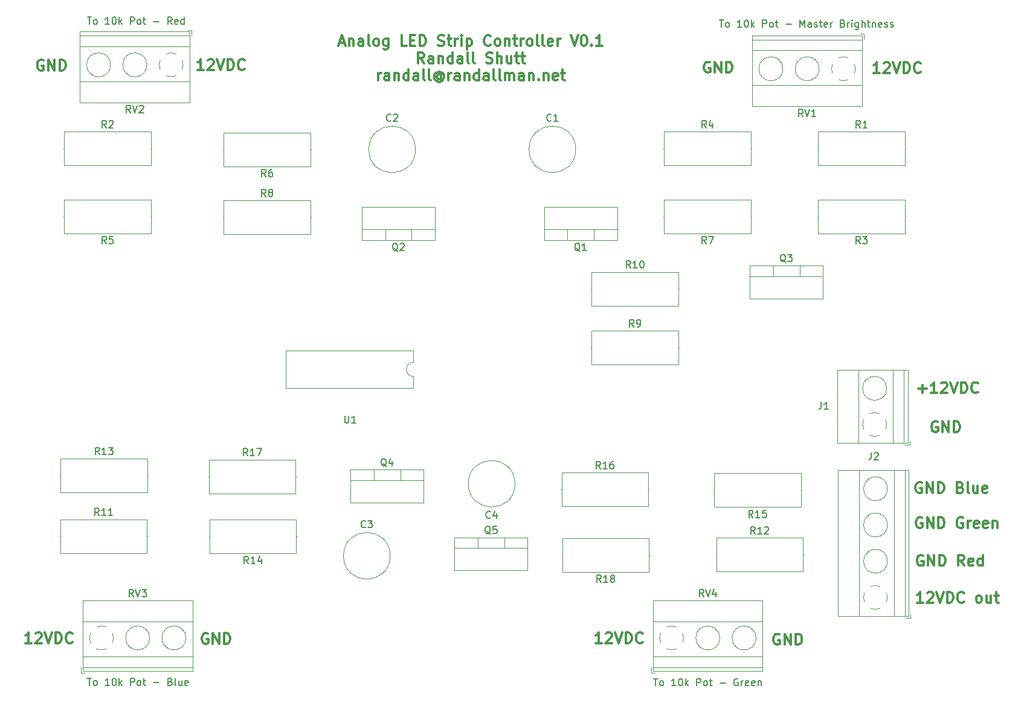
<source format=gbr>
%TF.GenerationSoftware,KiCad,Pcbnew,(6.0.0-0)*%
%TF.CreationDate,2022-02-22T13:50:16-05:00*%
%TF.ProjectId,lm224-3lows-1hi,6c6d3232-342d-4336-9c6f-77732d316869,rev?*%
%TF.SameCoordinates,Original*%
%TF.FileFunction,Legend,Top*%
%TF.FilePolarity,Positive*%
%FSLAX46Y46*%
G04 Gerber Fmt 4.6, Leading zero omitted, Abs format (unit mm)*
G04 Created by KiCad (PCBNEW (6.0.0-0)) date 2022-02-22 13:50:16*
%MOMM*%
%LPD*%
G01*
G04 APERTURE LIST*
%ADD10C,0.300000*%
%ADD11C,0.150000*%
%ADD12C,0.120000*%
G04 APERTURE END LIST*
D10*
X159267828Y-88460971D02*
X158410685Y-88460971D01*
X158839257Y-88460971D02*
X158839257Y-86960971D01*
X158696400Y-87175257D01*
X158553542Y-87318114D01*
X158410685Y-87389542D01*
X159839257Y-87103828D02*
X159910685Y-87032400D01*
X160053542Y-86960971D01*
X160410685Y-86960971D01*
X160553542Y-87032400D01*
X160624971Y-87103828D01*
X160696400Y-87246685D01*
X160696400Y-87389542D01*
X160624971Y-87603828D01*
X159767828Y-88460971D01*
X160696400Y-88460971D01*
X161124971Y-86960971D02*
X161624971Y-88460971D01*
X162124971Y-86960971D01*
X162624971Y-88460971D02*
X162624971Y-86960971D01*
X162982114Y-86960971D01*
X163196400Y-87032400D01*
X163339257Y-87175257D01*
X163410685Y-87318114D01*
X163482114Y-87603828D01*
X163482114Y-87818114D01*
X163410685Y-88103828D01*
X163339257Y-88246685D01*
X163196400Y-88389542D01*
X162982114Y-88460971D01*
X162624971Y-88460971D01*
X164982114Y-88318114D02*
X164910685Y-88389542D01*
X164696400Y-88460971D01*
X164553542Y-88460971D01*
X164339257Y-88389542D01*
X164196400Y-88246685D01*
X164124971Y-88103828D01*
X164053542Y-87818114D01*
X164053542Y-87603828D01*
X164124971Y-87318114D01*
X164196400Y-87175257D01*
X164339257Y-87032400D01*
X164553542Y-86960971D01*
X164696400Y-86960971D01*
X164910685Y-87032400D01*
X164982114Y-87103828D01*
X239176228Y-88460971D02*
X238319085Y-88460971D01*
X238747657Y-88460971D02*
X238747657Y-86960971D01*
X238604800Y-87175257D01*
X238461942Y-87318114D01*
X238319085Y-87389542D01*
X239747657Y-87103828D02*
X239819085Y-87032400D01*
X239961942Y-86960971D01*
X240319085Y-86960971D01*
X240461942Y-87032400D01*
X240533371Y-87103828D01*
X240604800Y-87246685D01*
X240604800Y-87389542D01*
X240533371Y-87603828D01*
X239676228Y-88460971D01*
X240604800Y-88460971D01*
X241033371Y-86960971D02*
X241533371Y-88460971D01*
X242033371Y-86960971D01*
X242533371Y-88460971D02*
X242533371Y-86960971D01*
X242890514Y-86960971D01*
X243104800Y-87032400D01*
X243247657Y-87175257D01*
X243319085Y-87318114D01*
X243390514Y-87603828D01*
X243390514Y-87818114D01*
X243319085Y-88103828D01*
X243247657Y-88246685D01*
X243104800Y-88389542D01*
X242890514Y-88460971D01*
X242533371Y-88460971D01*
X244890514Y-88318114D02*
X244819085Y-88389542D01*
X244604800Y-88460971D01*
X244461942Y-88460971D01*
X244247657Y-88389542D01*
X244104800Y-88246685D01*
X244033371Y-88103828D01*
X243961942Y-87818114D01*
X243961942Y-87603828D01*
X244033371Y-87318114D01*
X244104800Y-87175257D01*
X244247657Y-87032400D01*
X244461942Y-86960971D01*
X244604800Y-86960971D01*
X244819085Y-87032400D01*
X244890514Y-87103828D01*
X264083942Y-87235600D02*
X263941085Y-87164171D01*
X263726800Y-87164171D01*
X263512514Y-87235600D01*
X263369657Y-87378457D01*
X263298228Y-87521314D01*
X263226800Y-87807028D01*
X263226800Y-88021314D01*
X263298228Y-88307028D01*
X263369657Y-88449885D01*
X263512514Y-88592742D01*
X263726800Y-88664171D01*
X263869657Y-88664171D01*
X264083942Y-88592742D01*
X264155371Y-88521314D01*
X264155371Y-88021314D01*
X263869657Y-88021314D01*
X264798228Y-88664171D02*
X264798228Y-87164171D01*
X265655371Y-88664171D01*
X265655371Y-87164171D01*
X266369657Y-88664171D02*
X266369657Y-87164171D01*
X266726800Y-87164171D01*
X266941085Y-87235600D01*
X267083942Y-87378457D01*
X267155371Y-87521314D01*
X267226800Y-87807028D01*
X267226800Y-88021314D01*
X267155371Y-88307028D01*
X267083942Y-88449885D01*
X266941085Y-88592742D01*
X266726800Y-88664171D01*
X266369657Y-88664171D01*
X183972342Y-87134000D02*
X183829485Y-87062571D01*
X183615200Y-87062571D01*
X183400914Y-87134000D01*
X183258057Y-87276857D01*
X183186628Y-87419714D01*
X183115200Y-87705428D01*
X183115200Y-87919714D01*
X183186628Y-88205428D01*
X183258057Y-88348285D01*
X183400914Y-88491142D01*
X183615200Y-88562571D01*
X183758057Y-88562571D01*
X183972342Y-88491142D01*
X184043771Y-88419714D01*
X184043771Y-87919714D01*
X183758057Y-87919714D01*
X184686628Y-88562571D02*
X184686628Y-87062571D01*
X185543771Y-88562571D01*
X185543771Y-87062571D01*
X186258057Y-88562571D02*
X186258057Y-87062571D01*
X186615200Y-87062571D01*
X186829485Y-87134000D01*
X186972342Y-87276857D01*
X187043771Y-87419714D01*
X187115200Y-87705428D01*
X187115200Y-87919714D01*
X187043771Y-88205428D01*
X186972342Y-88348285D01*
X186829485Y-88491142D01*
X186615200Y-88562571D01*
X186258057Y-88562571D01*
X160909142Y-6666800D02*
X160766285Y-6595371D01*
X160552000Y-6595371D01*
X160337714Y-6666800D01*
X160194857Y-6809657D01*
X160123428Y-6952514D01*
X160052000Y-7238228D01*
X160052000Y-7452514D01*
X160123428Y-7738228D01*
X160194857Y-7881085D01*
X160337714Y-8023942D01*
X160552000Y-8095371D01*
X160694857Y-8095371D01*
X160909142Y-8023942D01*
X160980571Y-7952514D01*
X160980571Y-7452514D01*
X160694857Y-7452514D01*
X161623428Y-8095371D02*
X161623428Y-6595371D01*
X162480571Y-8095371D01*
X162480571Y-6595371D01*
X163194857Y-8095371D02*
X163194857Y-6595371D01*
X163552000Y-6595371D01*
X163766285Y-6666800D01*
X163909142Y-6809657D01*
X163980571Y-6952514D01*
X164052000Y-7238228D01*
X164052000Y-7452514D01*
X163980571Y-7738228D01*
X163909142Y-7881085D01*
X163766285Y-8023942D01*
X163552000Y-8095371D01*
X163194857Y-8095371D01*
X183397828Y-8044571D02*
X182540685Y-8044571D01*
X182969257Y-8044571D02*
X182969257Y-6544571D01*
X182826400Y-6758857D01*
X182683542Y-6901714D01*
X182540685Y-6973142D01*
X183969257Y-6687428D02*
X184040685Y-6616000D01*
X184183542Y-6544571D01*
X184540685Y-6544571D01*
X184683542Y-6616000D01*
X184754971Y-6687428D01*
X184826400Y-6830285D01*
X184826400Y-6973142D01*
X184754971Y-7187428D01*
X183897828Y-8044571D01*
X184826400Y-8044571D01*
X185254971Y-6544571D02*
X185754971Y-8044571D01*
X186254971Y-6544571D01*
X186754971Y-8044571D02*
X186754971Y-6544571D01*
X187112114Y-6544571D01*
X187326400Y-6616000D01*
X187469257Y-6758857D01*
X187540685Y-6901714D01*
X187612114Y-7187428D01*
X187612114Y-7401714D01*
X187540685Y-7687428D01*
X187469257Y-7830285D01*
X187326400Y-7973142D01*
X187112114Y-8044571D01*
X186754971Y-8044571D01*
X189112114Y-7901714D02*
X189040685Y-7973142D01*
X188826400Y-8044571D01*
X188683542Y-8044571D01*
X188469257Y-7973142D01*
X188326400Y-7830285D01*
X188254971Y-7687428D01*
X188183542Y-7401714D01*
X188183542Y-7187428D01*
X188254971Y-6901714D01*
X188326400Y-6758857D01*
X188469257Y-6616000D01*
X188683542Y-6544571D01*
X188826400Y-6544571D01*
X189040685Y-6616000D01*
X189112114Y-6687428D01*
X254330342Y-6971600D02*
X254187485Y-6900171D01*
X253973200Y-6900171D01*
X253758914Y-6971600D01*
X253616057Y-7114457D01*
X253544628Y-7257314D01*
X253473200Y-7543028D01*
X253473200Y-7757314D01*
X253544628Y-8043028D01*
X253616057Y-8185885D01*
X253758914Y-8328742D01*
X253973200Y-8400171D01*
X254116057Y-8400171D01*
X254330342Y-8328742D01*
X254401771Y-8257314D01*
X254401771Y-7757314D01*
X254116057Y-7757314D01*
X255044628Y-8400171D02*
X255044628Y-6900171D01*
X255901771Y-8400171D01*
X255901771Y-6900171D01*
X256616057Y-8400171D02*
X256616057Y-6900171D01*
X256973200Y-6900171D01*
X257187485Y-6971600D01*
X257330342Y-7114457D01*
X257401771Y-7257314D01*
X257473200Y-7543028D01*
X257473200Y-7757314D01*
X257401771Y-8043028D01*
X257330342Y-8185885D01*
X257187485Y-8328742D01*
X256973200Y-8400171D01*
X256616057Y-8400171D01*
X278139828Y-8450971D02*
X277282685Y-8450971D01*
X277711257Y-8450971D02*
X277711257Y-6950971D01*
X277568400Y-7165257D01*
X277425542Y-7308114D01*
X277282685Y-7379542D01*
X278711257Y-7093828D02*
X278782685Y-7022400D01*
X278925542Y-6950971D01*
X279282685Y-6950971D01*
X279425542Y-7022400D01*
X279496971Y-7093828D01*
X279568400Y-7236685D01*
X279568400Y-7379542D01*
X279496971Y-7593828D01*
X278639828Y-8450971D01*
X279568400Y-8450971D01*
X279996971Y-6950971D02*
X280496971Y-8450971D01*
X280996971Y-6950971D01*
X281496971Y-8450971D02*
X281496971Y-6950971D01*
X281854114Y-6950971D01*
X282068400Y-7022400D01*
X282211257Y-7165257D01*
X282282685Y-7308114D01*
X282354114Y-7593828D01*
X282354114Y-7808114D01*
X282282685Y-8093828D01*
X282211257Y-8236685D01*
X282068400Y-8379542D01*
X281854114Y-8450971D01*
X281496971Y-8450971D01*
X283854114Y-8308114D02*
X283782685Y-8379542D01*
X283568400Y-8450971D01*
X283425542Y-8450971D01*
X283211257Y-8379542D01*
X283068400Y-8236685D01*
X282996971Y-8093828D01*
X282925542Y-7808114D01*
X282925542Y-7593828D01*
X282996971Y-7308114D01*
X283068400Y-7165257D01*
X283211257Y-7022400D01*
X283425542Y-6950971D01*
X283568400Y-6950971D01*
X283782685Y-7022400D01*
X283854114Y-7093828D01*
X284009828Y-65950400D02*
X283866971Y-65878971D01*
X283652685Y-65878971D01*
X283438400Y-65950400D01*
X283295542Y-66093257D01*
X283224114Y-66236114D01*
X283152685Y-66521828D01*
X283152685Y-66736114D01*
X283224114Y-67021828D01*
X283295542Y-67164685D01*
X283438400Y-67307542D01*
X283652685Y-67378971D01*
X283795542Y-67378971D01*
X284009828Y-67307542D01*
X284081257Y-67236114D01*
X284081257Y-66736114D01*
X283795542Y-66736114D01*
X284724114Y-67378971D02*
X284724114Y-65878971D01*
X285581257Y-67378971D01*
X285581257Y-65878971D01*
X286295542Y-67378971D02*
X286295542Y-65878971D01*
X286652685Y-65878971D01*
X286866971Y-65950400D01*
X287009828Y-66093257D01*
X287081257Y-66236114D01*
X287152685Y-66521828D01*
X287152685Y-66736114D01*
X287081257Y-67021828D01*
X287009828Y-67164685D01*
X286866971Y-67307542D01*
X286652685Y-67378971D01*
X286295542Y-67378971D01*
X289438400Y-66593257D02*
X289652685Y-66664685D01*
X289724114Y-66736114D01*
X289795542Y-66878971D01*
X289795542Y-67093257D01*
X289724114Y-67236114D01*
X289652685Y-67307542D01*
X289509828Y-67378971D01*
X288938400Y-67378971D01*
X288938400Y-65878971D01*
X289438400Y-65878971D01*
X289581257Y-65950400D01*
X289652685Y-66021828D01*
X289724114Y-66164685D01*
X289724114Y-66307542D01*
X289652685Y-66450400D01*
X289581257Y-66521828D01*
X289438400Y-66593257D01*
X288938400Y-66593257D01*
X290652685Y-67378971D02*
X290509828Y-67307542D01*
X290438400Y-67164685D01*
X290438400Y-65878971D01*
X291866971Y-66378971D02*
X291866971Y-67378971D01*
X291224114Y-66378971D02*
X291224114Y-67164685D01*
X291295542Y-67307542D01*
X291438400Y-67378971D01*
X291652685Y-67378971D01*
X291795542Y-67307542D01*
X291866971Y-67236114D01*
X293152685Y-67307542D02*
X293009828Y-67378971D01*
X292724114Y-67378971D01*
X292581257Y-67307542D01*
X292509828Y-67164685D01*
X292509828Y-66593257D01*
X292581257Y-66450400D01*
X292724114Y-66378971D01*
X293009828Y-66378971D01*
X293152685Y-66450400D01*
X293224114Y-66593257D01*
X293224114Y-66736114D01*
X292509828Y-66878971D01*
X284057542Y-70878000D02*
X283914685Y-70806571D01*
X283700400Y-70806571D01*
X283486114Y-70878000D01*
X283343257Y-71020857D01*
X283271828Y-71163714D01*
X283200400Y-71449428D01*
X283200400Y-71663714D01*
X283271828Y-71949428D01*
X283343257Y-72092285D01*
X283486114Y-72235142D01*
X283700400Y-72306571D01*
X283843257Y-72306571D01*
X284057542Y-72235142D01*
X284128971Y-72163714D01*
X284128971Y-71663714D01*
X283843257Y-71663714D01*
X284771828Y-72306571D02*
X284771828Y-70806571D01*
X285628971Y-72306571D01*
X285628971Y-70806571D01*
X286343257Y-72306571D02*
X286343257Y-70806571D01*
X286700400Y-70806571D01*
X286914685Y-70878000D01*
X287057542Y-71020857D01*
X287128971Y-71163714D01*
X287200400Y-71449428D01*
X287200400Y-71663714D01*
X287128971Y-71949428D01*
X287057542Y-72092285D01*
X286914685Y-72235142D01*
X286700400Y-72306571D01*
X286343257Y-72306571D01*
X289771828Y-70878000D02*
X289628971Y-70806571D01*
X289414685Y-70806571D01*
X289200400Y-70878000D01*
X289057542Y-71020857D01*
X288986114Y-71163714D01*
X288914685Y-71449428D01*
X288914685Y-71663714D01*
X288986114Y-71949428D01*
X289057542Y-72092285D01*
X289200400Y-72235142D01*
X289414685Y-72306571D01*
X289557542Y-72306571D01*
X289771828Y-72235142D01*
X289843257Y-72163714D01*
X289843257Y-71663714D01*
X289557542Y-71663714D01*
X290486114Y-72306571D02*
X290486114Y-71306571D01*
X290486114Y-71592285D02*
X290557542Y-71449428D01*
X290628971Y-71378000D01*
X290771828Y-71306571D01*
X290914685Y-71306571D01*
X291986114Y-72235142D02*
X291843257Y-72306571D01*
X291557542Y-72306571D01*
X291414685Y-72235142D01*
X291343257Y-72092285D01*
X291343257Y-71520857D01*
X291414685Y-71378000D01*
X291557542Y-71306571D01*
X291843257Y-71306571D01*
X291986114Y-71378000D01*
X292057542Y-71520857D01*
X292057542Y-71663714D01*
X291343257Y-71806571D01*
X293271828Y-72235142D02*
X293128971Y-72306571D01*
X292843257Y-72306571D01*
X292700400Y-72235142D01*
X292628971Y-72092285D01*
X292628971Y-71520857D01*
X292700400Y-71378000D01*
X292843257Y-71306571D01*
X293128971Y-71306571D01*
X293271828Y-71378000D01*
X293343257Y-71520857D01*
X293343257Y-71663714D01*
X292628971Y-71806571D01*
X293986114Y-71306571D02*
X293986114Y-72306571D01*
X293986114Y-71449428D02*
X294057542Y-71378000D01*
X294200400Y-71306571D01*
X294414685Y-71306571D01*
X294557542Y-71378000D01*
X294628971Y-71520857D01*
X294628971Y-72306571D01*
X284199485Y-76161200D02*
X284056628Y-76089771D01*
X283842342Y-76089771D01*
X283628057Y-76161200D01*
X283485200Y-76304057D01*
X283413771Y-76446914D01*
X283342342Y-76732628D01*
X283342342Y-76946914D01*
X283413771Y-77232628D01*
X283485200Y-77375485D01*
X283628057Y-77518342D01*
X283842342Y-77589771D01*
X283985200Y-77589771D01*
X284199485Y-77518342D01*
X284270914Y-77446914D01*
X284270914Y-76946914D01*
X283985200Y-76946914D01*
X284913771Y-77589771D02*
X284913771Y-76089771D01*
X285770914Y-77589771D01*
X285770914Y-76089771D01*
X286485200Y-77589771D02*
X286485200Y-76089771D01*
X286842342Y-76089771D01*
X287056628Y-76161200D01*
X287199485Y-76304057D01*
X287270914Y-76446914D01*
X287342342Y-76732628D01*
X287342342Y-76946914D01*
X287270914Y-77232628D01*
X287199485Y-77375485D01*
X287056628Y-77518342D01*
X286842342Y-77589771D01*
X286485200Y-77589771D01*
X289985200Y-77589771D02*
X289485200Y-76875485D01*
X289128057Y-77589771D02*
X289128057Y-76089771D01*
X289699485Y-76089771D01*
X289842342Y-76161200D01*
X289913771Y-76232628D01*
X289985200Y-76375485D01*
X289985200Y-76589771D01*
X289913771Y-76732628D01*
X289842342Y-76804057D01*
X289699485Y-76875485D01*
X289128057Y-76875485D01*
X291199485Y-77518342D02*
X291056628Y-77589771D01*
X290770914Y-77589771D01*
X290628057Y-77518342D01*
X290556628Y-77375485D01*
X290556628Y-76804057D01*
X290628057Y-76661200D01*
X290770914Y-76589771D01*
X291056628Y-76589771D01*
X291199485Y-76661200D01*
X291270914Y-76804057D01*
X291270914Y-76946914D01*
X290556628Y-77089771D01*
X292556628Y-77589771D02*
X292556628Y-76089771D01*
X292556628Y-77518342D02*
X292413771Y-77589771D01*
X292128057Y-77589771D01*
X291985200Y-77518342D01*
X291913771Y-77446914D01*
X291842342Y-77304057D01*
X291842342Y-76875485D01*
X291913771Y-76732628D01*
X291985200Y-76661200D01*
X292128057Y-76589771D01*
X292413771Y-76589771D01*
X292556628Y-76661200D01*
X284215485Y-82771371D02*
X283358342Y-82771371D01*
X283786914Y-82771371D02*
X283786914Y-81271371D01*
X283644057Y-81485657D01*
X283501200Y-81628514D01*
X283358342Y-81699942D01*
X284786914Y-81414228D02*
X284858342Y-81342800D01*
X285001200Y-81271371D01*
X285358342Y-81271371D01*
X285501200Y-81342800D01*
X285572628Y-81414228D01*
X285644057Y-81557085D01*
X285644057Y-81699942D01*
X285572628Y-81914228D01*
X284715485Y-82771371D01*
X285644057Y-82771371D01*
X286072628Y-81271371D02*
X286572628Y-82771371D01*
X287072628Y-81271371D01*
X287572628Y-82771371D02*
X287572628Y-81271371D01*
X287929771Y-81271371D01*
X288144057Y-81342800D01*
X288286914Y-81485657D01*
X288358342Y-81628514D01*
X288429771Y-81914228D01*
X288429771Y-82128514D01*
X288358342Y-82414228D01*
X288286914Y-82557085D01*
X288144057Y-82699942D01*
X287929771Y-82771371D01*
X287572628Y-82771371D01*
X289929771Y-82628514D02*
X289858342Y-82699942D01*
X289644057Y-82771371D01*
X289501200Y-82771371D01*
X289286914Y-82699942D01*
X289144057Y-82557085D01*
X289072628Y-82414228D01*
X289001200Y-82128514D01*
X289001200Y-81914228D01*
X289072628Y-81628514D01*
X289144057Y-81485657D01*
X289286914Y-81342800D01*
X289501200Y-81271371D01*
X289644057Y-81271371D01*
X289858342Y-81342800D01*
X289929771Y-81414228D01*
X291929771Y-82771371D02*
X291786914Y-82699942D01*
X291715485Y-82628514D01*
X291644057Y-82485657D01*
X291644057Y-82057085D01*
X291715485Y-81914228D01*
X291786914Y-81842800D01*
X291929771Y-81771371D01*
X292144057Y-81771371D01*
X292286914Y-81842800D01*
X292358342Y-81914228D01*
X292429771Y-82057085D01*
X292429771Y-82485657D01*
X292358342Y-82628514D01*
X292286914Y-82699942D01*
X292144057Y-82771371D01*
X291929771Y-82771371D01*
X293715485Y-81771371D02*
X293715485Y-82771371D01*
X293072628Y-81771371D02*
X293072628Y-82557085D01*
X293144057Y-82699942D01*
X293286914Y-82771371D01*
X293501200Y-82771371D01*
X293644057Y-82699942D01*
X293715485Y-82628514D01*
X294215485Y-81771371D02*
X294786914Y-81771371D01*
X294429771Y-81271371D02*
X294429771Y-82557085D01*
X294501200Y-82699942D01*
X294644057Y-82771371D01*
X294786914Y-82771371D01*
X286232742Y-57416000D02*
X286089885Y-57344571D01*
X285875600Y-57344571D01*
X285661314Y-57416000D01*
X285518457Y-57558857D01*
X285447028Y-57701714D01*
X285375600Y-57987428D01*
X285375600Y-58201714D01*
X285447028Y-58487428D01*
X285518457Y-58630285D01*
X285661314Y-58773142D01*
X285875600Y-58844571D01*
X286018457Y-58844571D01*
X286232742Y-58773142D01*
X286304171Y-58701714D01*
X286304171Y-58201714D01*
X286018457Y-58201714D01*
X286947028Y-58844571D02*
X286947028Y-57344571D01*
X287804171Y-58844571D01*
X287804171Y-57344571D01*
X288518457Y-58844571D02*
X288518457Y-57344571D01*
X288875600Y-57344571D01*
X289089885Y-57416000D01*
X289232742Y-57558857D01*
X289304171Y-57701714D01*
X289375600Y-57987428D01*
X289375600Y-58201714D01*
X289304171Y-58487428D01*
X289232742Y-58630285D01*
X289089885Y-58773142D01*
X288875600Y-58844571D01*
X288518457Y-58844571D01*
X283537542Y-52786742D02*
X284680400Y-52786742D01*
X284108971Y-53358171D02*
X284108971Y-52215314D01*
X286180400Y-53358171D02*
X285323257Y-53358171D01*
X285751828Y-53358171D02*
X285751828Y-51858171D01*
X285608971Y-52072457D01*
X285466114Y-52215314D01*
X285323257Y-52286742D01*
X286751828Y-52001028D02*
X286823257Y-51929600D01*
X286966114Y-51858171D01*
X287323257Y-51858171D01*
X287466114Y-51929600D01*
X287537542Y-52001028D01*
X287608971Y-52143885D01*
X287608971Y-52286742D01*
X287537542Y-52501028D01*
X286680400Y-53358171D01*
X287608971Y-53358171D01*
X288037542Y-51858171D02*
X288537542Y-53358171D01*
X289037542Y-51858171D01*
X289537542Y-53358171D02*
X289537542Y-51858171D01*
X289894685Y-51858171D01*
X290108971Y-51929600D01*
X290251828Y-52072457D01*
X290323257Y-52215314D01*
X290394685Y-52501028D01*
X290394685Y-52715314D01*
X290323257Y-53001028D01*
X290251828Y-53143885D01*
X290108971Y-53286742D01*
X289894685Y-53358171D01*
X289537542Y-53358171D01*
X291894685Y-53215314D02*
X291823257Y-53286742D01*
X291608971Y-53358171D01*
X291466114Y-53358171D01*
X291251828Y-53286742D01*
X291108971Y-53143885D01*
X291037542Y-53001028D01*
X290966114Y-52715314D01*
X290966114Y-52501028D01*
X291037542Y-52215314D01*
X291108971Y-52072457D01*
X291251828Y-51929600D01*
X291466114Y-51858171D01*
X291608971Y-51858171D01*
X291823257Y-51929600D01*
X291894685Y-52001028D01*
X202399028Y-4235800D02*
X203113314Y-4235800D01*
X202256171Y-4664371D02*
X202756171Y-3164371D01*
X203256171Y-4664371D01*
X203756171Y-3664371D02*
X203756171Y-4664371D01*
X203756171Y-3807228D02*
X203827599Y-3735800D01*
X203970457Y-3664371D01*
X204184742Y-3664371D01*
X204327599Y-3735800D01*
X204399028Y-3878657D01*
X204399028Y-4664371D01*
X205756171Y-4664371D02*
X205756171Y-3878657D01*
X205684742Y-3735800D01*
X205541885Y-3664371D01*
X205256171Y-3664371D01*
X205113314Y-3735800D01*
X205756171Y-4592942D02*
X205613314Y-4664371D01*
X205256171Y-4664371D01*
X205113314Y-4592942D01*
X205041885Y-4450085D01*
X205041885Y-4307228D01*
X205113314Y-4164371D01*
X205256171Y-4092942D01*
X205613314Y-4092942D01*
X205756171Y-4021514D01*
X206684742Y-4664371D02*
X206541885Y-4592942D01*
X206470457Y-4450085D01*
X206470457Y-3164371D01*
X207470457Y-4664371D02*
X207327599Y-4592942D01*
X207256171Y-4521514D01*
X207184742Y-4378657D01*
X207184742Y-3950085D01*
X207256171Y-3807228D01*
X207327599Y-3735800D01*
X207470457Y-3664371D01*
X207684742Y-3664371D01*
X207827599Y-3735800D01*
X207899028Y-3807228D01*
X207970457Y-3950085D01*
X207970457Y-4378657D01*
X207899028Y-4521514D01*
X207827599Y-4592942D01*
X207684742Y-4664371D01*
X207470457Y-4664371D01*
X209256171Y-3664371D02*
X209256171Y-4878657D01*
X209184742Y-5021514D01*
X209113314Y-5092942D01*
X208970457Y-5164371D01*
X208756171Y-5164371D01*
X208613314Y-5092942D01*
X209256171Y-4592942D02*
X209113314Y-4664371D01*
X208827599Y-4664371D01*
X208684742Y-4592942D01*
X208613314Y-4521514D01*
X208541885Y-4378657D01*
X208541885Y-3950085D01*
X208613314Y-3807228D01*
X208684742Y-3735800D01*
X208827599Y-3664371D01*
X209113314Y-3664371D01*
X209256171Y-3735800D01*
X211827599Y-4664371D02*
X211113314Y-4664371D01*
X211113314Y-3164371D01*
X212327599Y-3878657D02*
X212827599Y-3878657D01*
X213041885Y-4664371D02*
X212327599Y-4664371D01*
X212327599Y-3164371D01*
X213041885Y-3164371D01*
X213684742Y-4664371D02*
X213684742Y-3164371D01*
X214041885Y-3164371D01*
X214256171Y-3235800D01*
X214399028Y-3378657D01*
X214470457Y-3521514D01*
X214541885Y-3807228D01*
X214541885Y-4021514D01*
X214470457Y-4307228D01*
X214399028Y-4450085D01*
X214256171Y-4592942D01*
X214041885Y-4664371D01*
X213684742Y-4664371D01*
X216256171Y-4592942D02*
X216470457Y-4664371D01*
X216827599Y-4664371D01*
X216970457Y-4592942D01*
X217041885Y-4521514D01*
X217113314Y-4378657D01*
X217113314Y-4235800D01*
X217041885Y-4092942D01*
X216970457Y-4021514D01*
X216827599Y-3950085D01*
X216541885Y-3878657D01*
X216399028Y-3807228D01*
X216327599Y-3735800D01*
X216256171Y-3592942D01*
X216256171Y-3450085D01*
X216327599Y-3307228D01*
X216399028Y-3235800D01*
X216541885Y-3164371D01*
X216899028Y-3164371D01*
X217113314Y-3235800D01*
X217541885Y-3664371D02*
X218113314Y-3664371D01*
X217756171Y-3164371D02*
X217756171Y-4450085D01*
X217827599Y-4592942D01*
X217970457Y-4664371D01*
X218113314Y-4664371D01*
X218613314Y-4664371D02*
X218613314Y-3664371D01*
X218613314Y-3950085D02*
X218684742Y-3807228D01*
X218756171Y-3735800D01*
X218899028Y-3664371D01*
X219041885Y-3664371D01*
X219541885Y-4664371D02*
X219541885Y-3664371D01*
X219541885Y-3164371D02*
X219470457Y-3235800D01*
X219541885Y-3307228D01*
X219613314Y-3235800D01*
X219541885Y-3164371D01*
X219541885Y-3307228D01*
X220256171Y-3664371D02*
X220256171Y-5164371D01*
X220256171Y-3735800D02*
X220399028Y-3664371D01*
X220684742Y-3664371D01*
X220827599Y-3735800D01*
X220899028Y-3807228D01*
X220970457Y-3950085D01*
X220970457Y-4378657D01*
X220899028Y-4521514D01*
X220827599Y-4592942D01*
X220684742Y-4664371D01*
X220399028Y-4664371D01*
X220256171Y-4592942D01*
X223613314Y-4521514D02*
X223541885Y-4592942D01*
X223327599Y-4664371D01*
X223184742Y-4664371D01*
X222970457Y-4592942D01*
X222827599Y-4450085D01*
X222756171Y-4307228D01*
X222684742Y-4021514D01*
X222684742Y-3807228D01*
X222756171Y-3521514D01*
X222827599Y-3378657D01*
X222970457Y-3235800D01*
X223184742Y-3164371D01*
X223327599Y-3164371D01*
X223541885Y-3235800D01*
X223613314Y-3307228D01*
X224470457Y-4664371D02*
X224327599Y-4592942D01*
X224256171Y-4521514D01*
X224184742Y-4378657D01*
X224184742Y-3950085D01*
X224256171Y-3807228D01*
X224327599Y-3735800D01*
X224470457Y-3664371D01*
X224684742Y-3664371D01*
X224827599Y-3735800D01*
X224899028Y-3807228D01*
X224970457Y-3950085D01*
X224970457Y-4378657D01*
X224899028Y-4521514D01*
X224827599Y-4592942D01*
X224684742Y-4664371D01*
X224470457Y-4664371D01*
X225613314Y-3664371D02*
X225613314Y-4664371D01*
X225613314Y-3807228D02*
X225684742Y-3735800D01*
X225827599Y-3664371D01*
X226041885Y-3664371D01*
X226184742Y-3735800D01*
X226256171Y-3878657D01*
X226256171Y-4664371D01*
X226756171Y-3664371D02*
X227327599Y-3664371D01*
X226970457Y-3164371D02*
X226970457Y-4450085D01*
X227041885Y-4592942D01*
X227184742Y-4664371D01*
X227327599Y-4664371D01*
X227827599Y-4664371D02*
X227827599Y-3664371D01*
X227827599Y-3950085D02*
X227899028Y-3807228D01*
X227970457Y-3735800D01*
X228113314Y-3664371D01*
X228256171Y-3664371D01*
X228970457Y-4664371D02*
X228827599Y-4592942D01*
X228756171Y-4521514D01*
X228684742Y-4378657D01*
X228684742Y-3950085D01*
X228756171Y-3807228D01*
X228827599Y-3735800D01*
X228970457Y-3664371D01*
X229184742Y-3664371D01*
X229327599Y-3735800D01*
X229399028Y-3807228D01*
X229470457Y-3950085D01*
X229470457Y-4378657D01*
X229399028Y-4521514D01*
X229327599Y-4592942D01*
X229184742Y-4664371D01*
X228970457Y-4664371D01*
X230327599Y-4664371D02*
X230184742Y-4592942D01*
X230113314Y-4450085D01*
X230113314Y-3164371D01*
X231113314Y-4664371D02*
X230970457Y-4592942D01*
X230899028Y-4450085D01*
X230899028Y-3164371D01*
X232256171Y-4592942D02*
X232113314Y-4664371D01*
X231827600Y-4664371D01*
X231684742Y-4592942D01*
X231613314Y-4450085D01*
X231613314Y-3878657D01*
X231684742Y-3735800D01*
X231827600Y-3664371D01*
X232113314Y-3664371D01*
X232256171Y-3735800D01*
X232327600Y-3878657D01*
X232327600Y-4021514D01*
X231613314Y-4164371D01*
X232970457Y-4664371D02*
X232970457Y-3664371D01*
X232970457Y-3950085D02*
X233041885Y-3807228D01*
X233113314Y-3735800D01*
X233256171Y-3664371D01*
X233399028Y-3664371D01*
X234827600Y-3164371D02*
X235327600Y-4664371D01*
X235827600Y-3164371D01*
X236613314Y-3164371D02*
X236756171Y-3164371D01*
X236899028Y-3235800D01*
X236970457Y-3307228D01*
X237041885Y-3450085D01*
X237113314Y-3735800D01*
X237113314Y-4092942D01*
X237041885Y-4378657D01*
X236970457Y-4521514D01*
X236899028Y-4592942D01*
X236756171Y-4664371D01*
X236613314Y-4664371D01*
X236470457Y-4592942D01*
X236399028Y-4521514D01*
X236327600Y-4378657D01*
X236256171Y-4092942D01*
X236256171Y-3735800D01*
X236327600Y-3450085D01*
X236399028Y-3307228D01*
X236470457Y-3235800D01*
X236613314Y-3164371D01*
X237756171Y-4521514D02*
X237827599Y-4592942D01*
X237756171Y-4664371D01*
X237684742Y-4592942D01*
X237756171Y-4521514D01*
X237756171Y-4664371D01*
X239256171Y-4664371D02*
X238399028Y-4664371D01*
X238827600Y-4664371D02*
X238827600Y-3164371D01*
X238684742Y-3378657D01*
X238541885Y-3521514D01*
X238399028Y-3592942D01*
X214291885Y-7079371D02*
X213791885Y-6365085D01*
X213434742Y-7079371D02*
X213434742Y-5579371D01*
X214006171Y-5579371D01*
X214149028Y-5650800D01*
X214220457Y-5722228D01*
X214291885Y-5865085D01*
X214291885Y-6079371D01*
X214220457Y-6222228D01*
X214149028Y-6293657D01*
X214006171Y-6365085D01*
X213434742Y-6365085D01*
X215577600Y-7079371D02*
X215577600Y-6293657D01*
X215506171Y-6150800D01*
X215363314Y-6079371D01*
X215077600Y-6079371D01*
X214934742Y-6150800D01*
X215577600Y-7007942D02*
X215434742Y-7079371D01*
X215077600Y-7079371D01*
X214934742Y-7007942D01*
X214863314Y-6865085D01*
X214863314Y-6722228D01*
X214934742Y-6579371D01*
X215077600Y-6507942D01*
X215434742Y-6507942D01*
X215577600Y-6436514D01*
X216291885Y-6079371D02*
X216291885Y-7079371D01*
X216291885Y-6222228D02*
X216363314Y-6150800D01*
X216506171Y-6079371D01*
X216720457Y-6079371D01*
X216863314Y-6150800D01*
X216934742Y-6293657D01*
X216934742Y-7079371D01*
X218291885Y-7079371D02*
X218291885Y-5579371D01*
X218291885Y-7007942D02*
X218149028Y-7079371D01*
X217863314Y-7079371D01*
X217720457Y-7007942D01*
X217649028Y-6936514D01*
X217577600Y-6793657D01*
X217577600Y-6365085D01*
X217649028Y-6222228D01*
X217720457Y-6150800D01*
X217863314Y-6079371D01*
X218149028Y-6079371D01*
X218291885Y-6150800D01*
X219649028Y-7079371D02*
X219649028Y-6293657D01*
X219577600Y-6150800D01*
X219434742Y-6079371D01*
X219149028Y-6079371D01*
X219006171Y-6150800D01*
X219649028Y-7007942D02*
X219506171Y-7079371D01*
X219149028Y-7079371D01*
X219006171Y-7007942D01*
X218934742Y-6865085D01*
X218934742Y-6722228D01*
X219006171Y-6579371D01*
X219149028Y-6507942D01*
X219506171Y-6507942D01*
X219649028Y-6436514D01*
X220577600Y-7079371D02*
X220434742Y-7007942D01*
X220363314Y-6865085D01*
X220363314Y-5579371D01*
X221363314Y-7079371D02*
X221220457Y-7007942D01*
X221149028Y-6865085D01*
X221149028Y-5579371D01*
X223006171Y-7007942D02*
X223220457Y-7079371D01*
X223577600Y-7079371D01*
X223720457Y-7007942D01*
X223791885Y-6936514D01*
X223863314Y-6793657D01*
X223863314Y-6650800D01*
X223791885Y-6507942D01*
X223720457Y-6436514D01*
X223577600Y-6365085D01*
X223291885Y-6293657D01*
X223149028Y-6222228D01*
X223077600Y-6150800D01*
X223006171Y-6007942D01*
X223006171Y-5865085D01*
X223077600Y-5722228D01*
X223149028Y-5650800D01*
X223291885Y-5579371D01*
X223649028Y-5579371D01*
X223863314Y-5650800D01*
X224506171Y-7079371D02*
X224506171Y-5579371D01*
X225149028Y-7079371D02*
X225149028Y-6293657D01*
X225077600Y-6150800D01*
X224934742Y-6079371D01*
X224720457Y-6079371D01*
X224577600Y-6150800D01*
X224506171Y-6222228D01*
X226506171Y-6079371D02*
X226506171Y-7079371D01*
X225863314Y-6079371D02*
X225863314Y-6865085D01*
X225934742Y-7007942D01*
X226077600Y-7079371D01*
X226291885Y-7079371D01*
X226434742Y-7007942D01*
X226506171Y-6936514D01*
X227006171Y-6079371D02*
X227577600Y-6079371D01*
X227220457Y-5579371D02*
X227220457Y-6865085D01*
X227291885Y-7007942D01*
X227434742Y-7079371D01*
X227577600Y-7079371D01*
X227863314Y-6079371D02*
X228434742Y-6079371D01*
X228077600Y-5579371D02*
X228077600Y-6865085D01*
X228149028Y-7007942D01*
X228291885Y-7079371D01*
X228434742Y-7079371D01*
X207827600Y-9494371D02*
X207827600Y-8494371D01*
X207827600Y-8780085D02*
X207899028Y-8637228D01*
X207970457Y-8565800D01*
X208113314Y-8494371D01*
X208256171Y-8494371D01*
X209399028Y-9494371D02*
X209399028Y-8708657D01*
X209327600Y-8565800D01*
X209184742Y-8494371D01*
X208899028Y-8494371D01*
X208756171Y-8565800D01*
X209399028Y-9422942D02*
X209256171Y-9494371D01*
X208899028Y-9494371D01*
X208756171Y-9422942D01*
X208684742Y-9280085D01*
X208684742Y-9137228D01*
X208756171Y-8994371D01*
X208899028Y-8922942D01*
X209256171Y-8922942D01*
X209399028Y-8851514D01*
X210113314Y-8494371D02*
X210113314Y-9494371D01*
X210113314Y-8637228D02*
X210184742Y-8565800D01*
X210327600Y-8494371D01*
X210541885Y-8494371D01*
X210684742Y-8565800D01*
X210756171Y-8708657D01*
X210756171Y-9494371D01*
X212113314Y-9494371D02*
X212113314Y-7994371D01*
X212113314Y-9422942D02*
X211970457Y-9494371D01*
X211684742Y-9494371D01*
X211541885Y-9422942D01*
X211470457Y-9351514D01*
X211399028Y-9208657D01*
X211399028Y-8780085D01*
X211470457Y-8637228D01*
X211541885Y-8565800D01*
X211684742Y-8494371D01*
X211970457Y-8494371D01*
X212113314Y-8565800D01*
X213470457Y-9494371D02*
X213470457Y-8708657D01*
X213399028Y-8565800D01*
X213256171Y-8494371D01*
X212970457Y-8494371D01*
X212827600Y-8565800D01*
X213470457Y-9422942D02*
X213327600Y-9494371D01*
X212970457Y-9494371D01*
X212827600Y-9422942D01*
X212756171Y-9280085D01*
X212756171Y-9137228D01*
X212827600Y-8994371D01*
X212970457Y-8922942D01*
X213327600Y-8922942D01*
X213470457Y-8851514D01*
X214399028Y-9494371D02*
X214256171Y-9422942D01*
X214184742Y-9280085D01*
X214184742Y-7994371D01*
X215184742Y-9494371D02*
X215041885Y-9422942D01*
X214970457Y-9280085D01*
X214970457Y-7994371D01*
X216684742Y-8780085D02*
X216613314Y-8708657D01*
X216470457Y-8637228D01*
X216327600Y-8637228D01*
X216184742Y-8708657D01*
X216113314Y-8780085D01*
X216041885Y-8922942D01*
X216041885Y-9065800D01*
X216113314Y-9208657D01*
X216184742Y-9280085D01*
X216327600Y-9351514D01*
X216470457Y-9351514D01*
X216613314Y-9280085D01*
X216684742Y-9208657D01*
X216684742Y-8637228D02*
X216684742Y-9208657D01*
X216756171Y-9280085D01*
X216827600Y-9280085D01*
X216970457Y-9208657D01*
X217041885Y-9065800D01*
X217041885Y-8708657D01*
X216899028Y-8494371D01*
X216684742Y-8351514D01*
X216399028Y-8280085D01*
X216113314Y-8351514D01*
X215899028Y-8494371D01*
X215756171Y-8708657D01*
X215684742Y-8994371D01*
X215756171Y-9280085D01*
X215899028Y-9494371D01*
X216113314Y-9637228D01*
X216399028Y-9708657D01*
X216684742Y-9637228D01*
X216899028Y-9494371D01*
X217684742Y-9494371D02*
X217684742Y-8494371D01*
X217684742Y-8780085D02*
X217756171Y-8637228D01*
X217827600Y-8565800D01*
X217970457Y-8494371D01*
X218113314Y-8494371D01*
X219256171Y-9494371D02*
X219256171Y-8708657D01*
X219184742Y-8565800D01*
X219041885Y-8494371D01*
X218756171Y-8494371D01*
X218613314Y-8565800D01*
X219256171Y-9422942D02*
X219113314Y-9494371D01*
X218756171Y-9494371D01*
X218613314Y-9422942D01*
X218541885Y-9280085D01*
X218541885Y-9137228D01*
X218613314Y-8994371D01*
X218756171Y-8922942D01*
X219113314Y-8922942D01*
X219256171Y-8851514D01*
X219970457Y-8494371D02*
X219970457Y-9494371D01*
X219970457Y-8637228D02*
X220041885Y-8565800D01*
X220184742Y-8494371D01*
X220399028Y-8494371D01*
X220541885Y-8565800D01*
X220613314Y-8708657D01*
X220613314Y-9494371D01*
X221970457Y-9494371D02*
X221970457Y-7994371D01*
X221970457Y-9422942D02*
X221827600Y-9494371D01*
X221541885Y-9494371D01*
X221399028Y-9422942D01*
X221327600Y-9351514D01*
X221256171Y-9208657D01*
X221256171Y-8780085D01*
X221327600Y-8637228D01*
X221399028Y-8565800D01*
X221541885Y-8494371D01*
X221827600Y-8494371D01*
X221970457Y-8565800D01*
X223327600Y-9494371D02*
X223327600Y-8708657D01*
X223256171Y-8565800D01*
X223113314Y-8494371D01*
X222827600Y-8494371D01*
X222684742Y-8565800D01*
X223327600Y-9422942D02*
X223184742Y-9494371D01*
X222827600Y-9494371D01*
X222684742Y-9422942D01*
X222613314Y-9280085D01*
X222613314Y-9137228D01*
X222684742Y-8994371D01*
X222827600Y-8922942D01*
X223184742Y-8922942D01*
X223327600Y-8851514D01*
X224256171Y-9494371D02*
X224113314Y-9422942D01*
X224041885Y-9280085D01*
X224041885Y-7994371D01*
X225041885Y-9494371D02*
X224899028Y-9422942D01*
X224827600Y-9280085D01*
X224827600Y-7994371D01*
X225613314Y-9494371D02*
X225613314Y-8494371D01*
X225613314Y-8637228D02*
X225684742Y-8565800D01*
X225827600Y-8494371D01*
X226041885Y-8494371D01*
X226184742Y-8565800D01*
X226256171Y-8708657D01*
X226256171Y-9494371D01*
X226256171Y-8708657D02*
X226327600Y-8565800D01*
X226470457Y-8494371D01*
X226684742Y-8494371D01*
X226827600Y-8565800D01*
X226899028Y-8708657D01*
X226899028Y-9494371D01*
X228256171Y-9494371D02*
X228256171Y-8708657D01*
X228184742Y-8565800D01*
X228041885Y-8494371D01*
X227756171Y-8494371D01*
X227613314Y-8565800D01*
X228256171Y-9422942D02*
X228113314Y-9494371D01*
X227756171Y-9494371D01*
X227613314Y-9422942D01*
X227541885Y-9280085D01*
X227541885Y-9137228D01*
X227613314Y-8994371D01*
X227756171Y-8922942D01*
X228113314Y-8922942D01*
X228256171Y-8851514D01*
X228970457Y-8494371D02*
X228970457Y-9494371D01*
X228970457Y-8637228D02*
X229041885Y-8565800D01*
X229184742Y-8494371D01*
X229399028Y-8494371D01*
X229541885Y-8565800D01*
X229613314Y-8708657D01*
X229613314Y-9494371D01*
X230327600Y-9351514D02*
X230399028Y-9422942D01*
X230327600Y-9494371D01*
X230256171Y-9422942D01*
X230327600Y-9351514D01*
X230327600Y-9494371D01*
X231041885Y-8494371D02*
X231041885Y-9494371D01*
X231041885Y-8637228D02*
X231113314Y-8565800D01*
X231256171Y-8494371D01*
X231470457Y-8494371D01*
X231613314Y-8565800D01*
X231684742Y-8708657D01*
X231684742Y-9494371D01*
X232970457Y-9422942D02*
X232827600Y-9494371D01*
X232541885Y-9494371D01*
X232399028Y-9422942D01*
X232327600Y-9280085D01*
X232327600Y-8708657D01*
X232399028Y-8565800D01*
X232541885Y-8494371D01*
X232827600Y-8494371D01*
X232970457Y-8565800D01*
X233041885Y-8708657D01*
X233041885Y-8851514D01*
X232327600Y-8994371D01*
X233470457Y-8494371D02*
X234041885Y-8494371D01*
X233684742Y-7994371D02*
X233684742Y-9280085D01*
X233756171Y-9422942D01*
X233899028Y-9494371D01*
X234041885Y-9494371D01*
D11*
%TO.C,Q3*%
X264953761Y-35012619D02*
X264858523Y-34965000D01*
X264763285Y-34869761D01*
X264620428Y-34726904D01*
X264525190Y-34679285D01*
X264429952Y-34679285D01*
X264477571Y-34917380D02*
X264382333Y-34869761D01*
X264287095Y-34774523D01*
X264239476Y-34584047D01*
X264239476Y-34250714D01*
X264287095Y-34060238D01*
X264382333Y-33965000D01*
X264477571Y-33917380D01*
X264668047Y-33917380D01*
X264763285Y-33965000D01*
X264858523Y-34060238D01*
X264906142Y-34250714D01*
X264906142Y-34584047D01*
X264858523Y-34774523D01*
X264763285Y-34869761D01*
X264668047Y-34917380D01*
X264477571Y-34917380D01*
X265239476Y-33917380D02*
X265858523Y-33917380D01*
X265525190Y-34298333D01*
X265668047Y-34298333D01*
X265763285Y-34345952D01*
X265810904Y-34393571D01*
X265858523Y-34488809D01*
X265858523Y-34726904D01*
X265810904Y-34822142D01*
X265763285Y-34869761D01*
X265668047Y-34917380D01*
X265382333Y-34917380D01*
X265287095Y-34869761D01*
X265239476Y-34822142D01*
%TO.C,R11*%
X168724342Y-70539180D02*
X168391009Y-70062990D01*
X168152914Y-70539180D02*
X168152914Y-69539180D01*
X168533866Y-69539180D01*
X168629104Y-69586800D01*
X168676723Y-69634419D01*
X168724342Y-69729657D01*
X168724342Y-69872514D01*
X168676723Y-69967752D01*
X168629104Y-70015371D01*
X168533866Y-70062990D01*
X168152914Y-70062990D01*
X169676723Y-70539180D02*
X169105295Y-70539180D01*
X169391009Y-70539180D02*
X169391009Y-69539180D01*
X169295771Y-69682038D01*
X169200533Y-69777276D01*
X169105295Y-69824895D01*
X170629104Y-70539180D02*
X170057676Y-70539180D01*
X170343390Y-70539180D02*
X170343390Y-69539180D01*
X170248152Y-69682038D01*
X170152914Y-69777276D01*
X170057676Y-69824895D01*
%TO.C,R16*%
X238980742Y-63985980D02*
X238647409Y-63509790D01*
X238409314Y-63985980D02*
X238409314Y-62985980D01*
X238790266Y-62985980D01*
X238885504Y-63033600D01*
X238933123Y-63081219D01*
X238980742Y-63176457D01*
X238980742Y-63319314D01*
X238933123Y-63414552D01*
X238885504Y-63462171D01*
X238790266Y-63509790D01*
X238409314Y-63509790D01*
X239933123Y-63985980D02*
X239361695Y-63985980D01*
X239647409Y-63985980D02*
X239647409Y-62985980D01*
X239552171Y-63128838D01*
X239456933Y-63224076D01*
X239361695Y-63271695D01*
X240790266Y-62985980D02*
X240599790Y-62985980D01*
X240504552Y-63033600D01*
X240456933Y-63081219D01*
X240361695Y-63224076D01*
X240314076Y-63414552D01*
X240314076Y-63795504D01*
X240361695Y-63890742D01*
X240409314Y-63938361D01*
X240504552Y-63985980D01*
X240695028Y-63985980D01*
X240790266Y-63938361D01*
X240837885Y-63890742D01*
X240885504Y-63795504D01*
X240885504Y-63557409D01*
X240837885Y-63462171D01*
X240790266Y-63414552D01*
X240695028Y-63366933D01*
X240504552Y-63366933D01*
X240409314Y-63414552D01*
X240361695Y-63462171D01*
X240314076Y-63557409D01*
%TO.C,J1*%
X269922666Y-54621180D02*
X269922666Y-55335466D01*
X269875047Y-55478323D01*
X269779809Y-55573561D01*
X269636952Y-55621180D01*
X269541714Y-55621180D01*
X270922666Y-55621180D02*
X270351238Y-55621180D01*
X270636952Y-55621180D02*
X270636952Y-54621180D01*
X270541714Y-54764038D01*
X270446476Y-54859276D01*
X270351238Y-54906895D01*
%TO.C,RV2*%
X173145761Y-14027380D02*
X172812428Y-13551190D01*
X172574333Y-14027380D02*
X172574333Y-13027380D01*
X172955285Y-13027380D01*
X173050523Y-13075000D01*
X173098142Y-13122619D01*
X173145761Y-13217857D01*
X173145761Y-13360714D01*
X173098142Y-13455952D01*
X173050523Y-13503571D01*
X172955285Y-13551190D01*
X172574333Y-13551190D01*
X173431476Y-13027380D02*
X173764809Y-14027380D01*
X174098142Y-13027380D01*
X174383857Y-13122619D02*
X174431476Y-13075000D01*
X174526714Y-13027380D01*
X174764809Y-13027380D01*
X174860047Y-13075000D01*
X174907666Y-13122619D01*
X174955285Y-13217857D01*
X174955285Y-13313095D01*
X174907666Y-13455952D01*
X174336238Y-14027380D01*
X174955285Y-14027380D01*
X167082057Y-620780D02*
X167653485Y-620780D01*
X167367771Y-1620780D02*
X167367771Y-620780D01*
X168129676Y-1620780D02*
X168034438Y-1573161D01*
X167986819Y-1525542D01*
X167939200Y-1430304D01*
X167939200Y-1144590D01*
X167986819Y-1049352D01*
X168034438Y-1001733D01*
X168129676Y-954114D01*
X168272533Y-954114D01*
X168367771Y-1001733D01*
X168415390Y-1049352D01*
X168463009Y-1144590D01*
X168463009Y-1430304D01*
X168415390Y-1525542D01*
X168367771Y-1573161D01*
X168272533Y-1620780D01*
X168129676Y-1620780D01*
X170177295Y-1620780D02*
X169605866Y-1620780D01*
X169891580Y-1620780D02*
X169891580Y-620780D01*
X169796342Y-763638D01*
X169701104Y-858876D01*
X169605866Y-906495D01*
X170796342Y-620780D02*
X170891580Y-620780D01*
X170986819Y-668400D01*
X171034438Y-716019D01*
X171082057Y-811257D01*
X171129676Y-1001733D01*
X171129676Y-1239828D01*
X171082057Y-1430304D01*
X171034438Y-1525542D01*
X170986819Y-1573161D01*
X170891580Y-1620780D01*
X170796342Y-1620780D01*
X170701104Y-1573161D01*
X170653485Y-1525542D01*
X170605866Y-1430304D01*
X170558247Y-1239828D01*
X170558247Y-1001733D01*
X170605866Y-811257D01*
X170653485Y-716019D01*
X170701104Y-668400D01*
X170796342Y-620780D01*
X171558247Y-1620780D02*
X171558247Y-620780D01*
X171653485Y-1239828D02*
X171939200Y-1620780D01*
X171939200Y-954114D02*
X171558247Y-1335066D01*
X173129676Y-1620780D02*
X173129676Y-620780D01*
X173510628Y-620780D01*
X173605866Y-668400D01*
X173653485Y-716019D01*
X173701104Y-811257D01*
X173701104Y-954114D01*
X173653485Y-1049352D01*
X173605866Y-1096971D01*
X173510628Y-1144590D01*
X173129676Y-1144590D01*
X174272533Y-1620780D02*
X174177295Y-1573161D01*
X174129676Y-1525542D01*
X174082057Y-1430304D01*
X174082057Y-1144590D01*
X174129676Y-1049352D01*
X174177295Y-1001733D01*
X174272533Y-954114D01*
X174415390Y-954114D01*
X174510628Y-1001733D01*
X174558247Y-1049352D01*
X174605866Y-1144590D01*
X174605866Y-1430304D01*
X174558247Y-1525542D01*
X174510628Y-1573161D01*
X174415390Y-1620780D01*
X174272533Y-1620780D01*
X174891580Y-954114D02*
X175272533Y-954114D01*
X175034438Y-620780D02*
X175034438Y-1477923D01*
X175082057Y-1573161D01*
X175177295Y-1620780D01*
X175272533Y-1620780D01*
X176367771Y-1239828D02*
X177129676Y-1239828D01*
X178939200Y-1620780D02*
X178605866Y-1144590D01*
X178367771Y-1620780D02*
X178367771Y-620780D01*
X178748723Y-620780D01*
X178843961Y-668400D01*
X178891580Y-716019D01*
X178939200Y-811257D01*
X178939200Y-954114D01*
X178891580Y-1049352D01*
X178843961Y-1096971D01*
X178748723Y-1144590D01*
X178367771Y-1144590D01*
X179748723Y-1573161D02*
X179653485Y-1620780D01*
X179463009Y-1620780D01*
X179367771Y-1573161D01*
X179320152Y-1477923D01*
X179320152Y-1096971D01*
X179367771Y-1001733D01*
X179463009Y-954114D01*
X179653485Y-954114D01*
X179748723Y-1001733D01*
X179796342Y-1096971D01*
X179796342Y-1192209D01*
X179320152Y-1287447D01*
X180653485Y-1620780D02*
X180653485Y-620780D01*
X180653485Y-1573161D02*
X180558247Y-1620780D01*
X180367771Y-1620780D01*
X180272533Y-1573161D01*
X180224914Y-1525542D01*
X180177295Y-1430304D01*
X180177295Y-1144590D01*
X180224914Y-1049352D01*
X180272533Y-1001733D01*
X180367771Y-954114D01*
X180558247Y-954114D01*
X180653485Y-1001733D01*
%TO.C,C1*%
X232096333Y-15134142D02*
X232048714Y-15181761D01*
X231905857Y-15229380D01*
X231810619Y-15229380D01*
X231667761Y-15181761D01*
X231572523Y-15086523D01*
X231524904Y-14991285D01*
X231477285Y-14800809D01*
X231477285Y-14657952D01*
X231524904Y-14467476D01*
X231572523Y-14372238D01*
X231667761Y-14277000D01*
X231810619Y-14229380D01*
X231905857Y-14229380D01*
X232048714Y-14277000D01*
X232096333Y-14324619D01*
X233048714Y-15229380D02*
X232477285Y-15229380D01*
X232763000Y-15229380D02*
X232763000Y-14229380D01*
X232667761Y-14372238D01*
X232572523Y-14467476D01*
X232477285Y-14515095D01*
%TO.C,R5*%
X169759333Y-32397380D02*
X169426000Y-31921190D01*
X169187904Y-32397380D02*
X169187904Y-31397380D01*
X169568857Y-31397380D01*
X169664095Y-31445000D01*
X169711714Y-31492619D01*
X169759333Y-31587857D01*
X169759333Y-31730714D01*
X169711714Y-31825952D01*
X169664095Y-31873571D01*
X169568857Y-31921190D01*
X169187904Y-31921190D01*
X170664095Y-31397380D02*
X170187904Y-31397380D01*
X170140285Y-31873571D01*
X170187904Y-31825952D01*
X170283142Y-31778333D01*
X170521238Y-31778333D01*
X170616476Y-31825952D01*
X170664095Y-31873571D01*
X170711714Y-31968809D01*
X170711714Y-32206904D01*
X170664095Y-32302142D01*
X170616476Y-32349761D01*
X170521238Y-32397380D01*
X170283142Y-32397380D01*
X170187904Y-32349761D01*
X170140285Y-32302142D01*
%TO.C,R14*%
X189653942Y-77279180D02*
X189320609Y-76802990D01*
X189082514Y-77279180D02*
X189082514Y-76279180D01*
X189463466Y-76279180D01*
X189558704Y-76326800D01*
X189606323Y-76374419D01*
X189653942Y-76469657D01*
X189653942Y-76612514D01*
X189606323Y-76707752D01*
X189558704Y-76755371D01*
X189463466Y-76802990D01*
X189082514Y-76802990D01*
X190606323Y-77279180D02*
X190034895Y-77279180D01*
X190320609Y-77279180D02*
X190320609Y-76279180D01*
X190225371Y-76422038D01*
X190130133Y-76517276D01*
X190034895Y-76564895D01*
X191463466Y-76612514D02*
X191463466Y-77279180D01*
X191225371Y-76231561D02*
X190987276Y-76945847D01*
X191606323Y-76945847D01*
%TO.C,R7*%
X253833333Y-32397380D02*
X253500000Y-31921190D01*
X253261904Y-32397380D02*
X253261904Y-31397380D01*
X253642857Y-31397380D01*
X253738095Y-31445000D01*
X253785714Y-31492619D01*
X253833333Y-31587857D01*
X253833333Y-31730714D01*
X253785714Y-31825952D01*
X253738095Y-31873571D01*
X253642857Y-31921190D01*
X253261904Y-31921190D01*
X254166666Y-31397380D02*
X254833333Y-31397380D01*
X254404761Y-32397380D01*
%TO.C,R12*%
X260672342Y-73129980D02*
X260339009Y-72653790D01*
X260100914Y-73129980D02*
X260100914Y-72129980D01*
X260481866Y-72129980D01*
X260577104Y-72177600D01*
X260624723Y-72225219D01*
X260672342Y-72320457D01*
X260672342Y-72463314D01*
X260624723Y-72558552D01*
X260577104Y-72606171D01*
X260481866Y-72653790D01*
X260100914Y-72653790D01*
X261624723Y-73129980D02*
X261053295Y-73129980D01*
X261339009Y-73129980D02*
X261339009Y-72129980D01*
X261243771Y-72272838D01*
X261148533Y-72368076D01*
X261053295Y-72415695D01*
X262005676Y-72225219D02*
X262053295Y-72177600D01*
X262148533Y-72129980D01*
X262386628Y-72129980D01*
X262481866Y-72177600D01*
X262529485Y-72225219D01*
X262577104Y-72320457D01*
X262577104Y-72415695D01*
X262529485Y-72558552D01*
X261958057Y-73129980D01*
X262577104Y-73129980D01*
%TO.C,R15*%
X260367542Y-70827580D02*
X260034209Y-70351390D01*
X259796114Y-70827580D02*
X259796114Y-69827580D01*
X260177066Y-69827580D01*
X260272304Y-69875200D01*
X260319923Y-69922819D01*
X260367542Y-70018057D01*
X260367542Y-70160914D01*
X260319923Y-70256152D01*
X260272304Y-70303771D01*
X260177066Y-70351390D01*
X259796114Y-70351390D01*
X261319923Y-70827580D02*
X260748495Y-70827580D01*
X261034209Y-70827580D02*
X261034209Y-69827580D01*
X260938971Y-69970438D01*
X260843733Y-70065676D01*
X260748495Y-70113295D01*
X262224685Y-69827580D02*
X261748495Y-69827580D01*
X261700876Y-70303771D01*
X261748495Y-70256152D01*
X261843733Y-70208533D01*
X262081828Y-70208533D01*
X262177066Y-70256152D01*
X262224685Y-70303771D01*
X262272304Y-70399009D01*
X262272304Y-70637104D01*
X262224685Y-70732342D01*
X262177066Y-70779961D01*
X262081828Y-70827580D01*
X261843733Y-70827580D01*
X261748495Y-70779961D01*
X261700876Y-70732342D01*
%TO.C,R8*%
X192111333Y-25784380D02*
X191778000Y-25308190D01*
X191539904Y-25784380D02*
X191539904Y-24784380D01*
X191920857Y-24784380D01*
X192016095Y-24832000D01*
X192063714Y-24879619D01*
X192111333Y-24974857D01*
X192111333Y-25117714D01*
X192063714Y-25212952D01*
X192016095Y-25260571D01*
X191920857Y-25308190D01*
X191539904Y-25308190D01*
X192682761Y-25212952D02*
X192587523Y-25165333D01*
X192539904Y-25117714D01*
X192492285Y-25022476D01*
X192492285Y-24974857D01*
X192539904Y-24879619D01*
X192587523Y-24832000D01*
X192682761Y-24784380D01*
X192873238Y-24784380D01*
X192968476Y-24832000D01*
X193016095Y-24879619D01*
X193063714Y-24974857D01*
X193063714Y-25022476D01*
X193016095Y-25117714D01*
X192968476Y-25165333D01*
X192873238Y-25212952D01*
X192682761Y-25212952D01*
X192587523Y-25260571D01*
X192539904Y-25308190D01*
X192492285Y-25403428D01*
X192492285Y-25593904D01*
X192539904Y-25689142D01*
X192587523Y-25736761D01*
X192682761Y-25784380D01*
X192873238Y-25784380D01*
X192968476Y-25736761D01*
X193016095Y-25689142D01*
X193063714Y-25593904D01*
X193063714Y-25403428D01*
X193016095Y-25308190D01*
X192968476Y-25260571D01*
X192873238Y-25212952D01*
%TO.C,R18*%
X239082342Y-79920780D02*
X238749009Y-79444590D01*
X238510914Y-79920780D02*
X238510914Y-78920780D01*
X238891866Y-78920780D01*
X238987104Y-78968400D01*
X239034723Y-79016019D01*
X239082342Y-79111257D01*
X239082342Y-79254114D01*
X239034723Y-79349352D01*
X238987104Y-79396971D01*
X238891866Y-79444590D01*
X238510914Y-79444590D01*
X240034723Y-79920780D02*
X239463295Y-79920780D01*
X239749009Y-79920780D02*
X239749009Y-78920780D01*
X239653771Y-79063638D01*
X239558533Y-79158876D01*
X239463295Y-79206495D01*
X240606152Y-79349352D02*
X240510914Y-79301733D01*
X240463295Y-79254114D01*
X240415676Y-79158876D01*
X240415676Y-79111257D01*
X240463295Y-79016019D01*
X240510914Y-78968400D01*
X240606152Y-78920780D01*
X240796628Y-78920780D01*
X240891866Y-78968400D01*
X240939485Y-79016019D01*
X240987104Y-79111257D01*
X240987104Y-79158876D01*
X240939485Y-79254114D01*
X240891866Y-79301733D01*
X240796628Y-79349352D01*
X240606152Y-79349352D01*
X240510914Y-79396971D01*
X240463295Y-79444590D01*
X240415676Y-79539828D01*
X240415676Y-79730304D01*
X240463295Y-79825542D01*
X240510914Y-79873161D01*
X240606152Y-79920780D01*
X240796628Y-79920780D01*
X240891866Y-79873161D01*
X240939485Y-79825542D01*
X240987104Y-79730304D01*
X240987104Y-79539828D01*
X240939485Y-79444590D01*
X240891866Y-79396971D01*
X240796628Y-79349352D01*
%TO.C,C2*%
X209637333Y-15134142D02*
X209589714Y-15181761D01*
X209446857Y-15229380D01*
X209351619Y-15229380D01*
X209208761Y-15181761D01*
X209113523Y-15086523D01*
X209065904Y-14991285D01*
X209018285Y-14800809D01*
X209018285Y-14657952D01*
X209065904Y-14467476D01*
X209113523Y-14372238D01*
X209208761Y-14277000D01*
X209351619Y-14229380D01*
X209446857Y-14229380D01*
X209589714Y-14277000D01*
X209637333Y-14324619D01*
X210018285Y-14324619D02*
X210065904Y-14277000D01*
X210161142Y-14229380D01*
X210399238Y-14229380D01*
X210494476Y-14277000D01*
X210542095Y-14324619D01*
X210589714Y-14419857D01*
X210589714Y-14515095D01*
X210542095Y-14657952D01*
X209970666Y-15229380D01*
X210589714Y-15229380D01*
%TO.C,RV1*%
X267374761Y-14586380D02*
X267041428Y-14110190D01*
X266803333Y-14586380D02*
X266803333Y-13586380D01*
X267184285Y-13586380D01*
X267279523Y-13634000D01*
X267327142Y-13681619D01*
X267374761Y-13776857D01*
X267374761Y-13919714D01*
X267327142Y-14014952D01*
X267279523Y-14062571D01*
X267184285Y-14110190D01*
X266803333Y-14110190D01*
X267660476Y-13586380D02*
X267993809Y-14586380D01*
X268327142Y-13586380D01*
X269184285Y-14586380D02*
X268612857Y-14586380D01*
X268898571Y-14586380D02*
X268898571Y-13586380D01*
X268803333Y-13729238D01*
X268708095Y-13824476D01*
X268612857Y-13872095D01*
X255681104Y-1027180D02*
X256252533Y-1027180D01*
X255966819Y-2027180D02*
X255966819Y-1027180D01*
X256728723Y-2027180D02*
X256633485Y-1979561D01*
X256585866Y-1931942D01*
X256538247Y-1836704D01*
X256538247Y-1550990D01*
X256585866Y-1455752D01*
X256633485Y-1408133D01*
X256728723Y-1360514D01*
X256871580Y-1360514D01*
X256966819Y-1408133D01*
X257014438Y-1455752D01*
X257062057Y-1550990D01*
X257062057Y-1836704D01*
X257014438Y-1931942D01*
X256966819Y-1979561D01*
X256871580Y-2027180D01*
X256728723Y-2027180D01*
X258776342Y-2027180D02*
X258204914Y-2027180D01*
X258490628Y-2027180D02*
X258490628Y-1027180D01*
X258395390Y-1170038D01*
X258300152Y-1265276D01*
X258204914Y-1312895D01*
X259395390Y-1027180D02*
X259490628Y-1027180D01*
X259585866Y-1074800D01*
X259633485Y-1122419D01*
X259681104Y-1217657D01*
X259728723Y-1408133D01*
X259728723Y-1646228D01*
X259681104Y-1836704D01*
X259633485Y-1931942D01*
X259585866Y-1979561D01*
X259490628Y-2027180D01*
X259395390Y-2027180D01*
X259300152Y-1979561D01*
X259252533Y-1931942D01*
X259204914Y-1836704D01*
X259157295Y-1646228D01*
X259157295Y-1408133D01*
X259204914Y-1217657D01*
X259252533Y-1122419D01*
X259300152Y-1074800D01*
X259395390Y-1027180D01*
X260157295Y-2027180D02*
X260157295Y-1027180D01*
X260252533Y-1646228D02*
X260538247Y-2027180D01*
X260538247Y-1360514D02*
X260157295Y-1741466D01*
X261728723Y-2027180D02*
X261728723Y-1027180D01*
X262109676Y-1027180D01*
X262204914Y-1074800D01*
X262252533Y-1122419D01*
X262300152Y-1217657D01*
X262300152Y-1360514D01*
X262252533Y-1455752D01*
X262204914Y-1503371D01*
X262109676Y-1550990D01*
X261728723Y-1550990D01*
X262871580Y-2027180D02*
X262776342Y-1979561D01*
X262728723Y-1931942D01*
X262681104Y-1836704D01*
X262681104Y-1550990D01*
X262728723Y-1455752D01*
X262776342Y-1408133D01*
X262871580Y-1360514D01*
X263014438Y-1360514D01*
X263109676Y-1408133D01*
X263157295Y-1455752D01*
X263204914Y-1550990D01*
X263204914Y-1836704D01*
X263157295Y-1931942D01*
X263109676Y-1979561D01*
X263014438Y-2027180D01*
X262871580Y-2027180D01*
X263490628Y-1360514D02*
X263871580Y-1360514D01*
X263633485Y-1027180D02*
X263633485Y-1884323D01*
X263681104Y-1979561D01*
X263776342Y-2027180D01*
X263871580Y-2027180D01*
X264966819Y-1646228D02*
X265728723Y-1646228D01*
X266966819Y-2027180D02*
X266966819Y-1027180D01*
X267300152Y-1741466D01*
X267633485Y-1027180D01*
X267633485Y-2027180D01*
X268538247Y-2027180D02*
X268538247Y-1503371D01*
X268490628Y-1408133D01*
X268395390Y-1360514D01*
X268204914Y-1360514D01*
X268109676Y-1408133D01*
X268538247Y-1979561D02*
X268443009Y-2027180D01*
X268204914Y-2027180D01*
X268109676Y-1979561D01*
X268062057Y-1884323D01*
X268062057Y-1789085D01*
X268109676Y-1693847D01*
X268204914Y-1646228D01*
X268443009Y-1646228D01*
X268538247Y-1598609D01*
X268966819Y-1979561D02*
X269062057Y-2027180D01*
X269252533Y-2027180D01*
X269347771Y-1979561D01*
X269395390Y-1884323D01*
X269395390Y-1836704D01*
X269347771Y-1741466D01*
X269252533Y-1693847D01*
X269109676Y-1693847D01*
X269014438Y-1646228D01*
X268966819Y-1550990D01*
X268966819Y-1503371D01*
X269014438Y-1408133D01*
X269109676Y-1360514D01*
X269252533Y-1360514D01*
X269347771Y-1408133D01*
X269681104Y-1360514D02*
X270062057Y-1360514D01*
X269823961Y-1027180D02*
X269823961Y-1884323D01*
X269871580Y-1979561D01*
X269966819Y-2027180D01*
X270062057Y-2027180D01*
X270776342Y-1979561D02*
X270681104Y-2027180D01*
X270490628Y-2027180D01*
X270395390Y-1979561D01*
X270347771Y-1884323D01*
X270347771Y-1503371D01*
X270395390Y-1408133D01*
X270490628Y-1360514D01*
X270681104Y-1360514D01*
X270776342Y-1408133D01*
X270823961Y-1503371D01*
X270823961Y-1598609D01*
X270347771Y-1693847D01*
X271252533Y-2027180D02*
X271252533Y-1360514D01*
X271252533Y-1550990D02*
X271300152Y-1455752D01*
X271347771Y-1408133D01*
X271443009Y-1360514D01*
X271538247Y-1360514D01*
X272966819Y-1503371D02*
X273109676Y-1550990D01*
X273157295Y-1598609D01*
X273204914Y-1693847D01*
X273204914Y-1836704D01*
X273157295Y-1931942D01*
X273109676Y-1979561D01*
X273014438Y-2027180D01*
X272633485Y-2027180D01*
X272633485Y-1027180D01*
X272966819Y-1027180D01*
X273062057Y-1074800D01*
X273109676Y-1122419D01*
X273157295Y-1217657D01*
X273157295Y-1312895D01*
X273109676Y-1408133D01*
X273062057Y-1455752D01*
X272966819Y-1503371D01*
X272633485Y-1503371D01*
X273633485Y-2027180D02*
X273633485Y-1360514D01*
X273633485Y-1550990D02*
X273681104Y-1455752D01*
X273728723Y-1408133D01*
X273823961Y-1360514D01*
X273919200Y-1360514D01*
X274252533Y-2027180D02*
X274252533Y-1360514D01*
X274252533Y-1027180D02*
X274204914Y-1074800D01*
X274252533Y-1122419D01*
X274300152Y-1074800D01*
X274252533Y-1027180D01*
X274252533Y-1122419D01*
X275157295Y-1360514D02*
X275157295Y-2170038D01*
X275109676Y-2265276D01*
X275062057Y-2312895D01*
X274966819Y-2360514D01*
X274823961Y-2360514D01*
X274728723Y-2312895D01*
X275157295Y-1979561D02*
X275062057Y-2027180D01*
X274871580Y-2027180D01*
X274776342Y-1979561D01*
X274728723Y-1931942D01*
X274681104Y-1836704D01*
X274681104Y-1550990D01*
X274728723Y-1455752D01*
X274776342Y-1408133D01*
X274871580Y-1360514D01*
X275062057Y-1360514D01*
X275157295Y-1408133D01*
X275633485Y-2027180D02*
X275633485Y-1027180D01*
X276062057Y-2027180D02*
X276062057Y-1503371D01*
X276014438Y-1408133D01*
X275919200Y-1360514D01*
X275776342Y-1360514D01*
X275681104Y-1408133D01*
X275633485Y-1455752D01*
X276395390Y-1360514D02*
X276776342Y-1360514D01*
X276538247Y-1027180D02*
X276538247Y-1884323D01*
X276585866Y-1979561D01*
X276681104Y-2027180D01*
X276776342Y-2027180D01*
X277109676Y-1360514D02*
X277109676Y-2027180D01*
X277109676Y-1455752D02*
X277157295Y-1408133D01*
X277252533Y-1360514D01*
X277395390Y-1360514D01*
X277490628Y-1408133D01*
X277538247Y-1503371D01*
X277538247Y-2027180D01*
X278395390Y-1979561D02*
X278300152Y-2027180D01*
X278109676Y-2027180D01*
X278014438Y-1979561D01*
X277966819Y-1884323D01*
X277966819Y-1503371D01*
X278014438Y-1408133D01*
X278109676Y-1360514D01*
X278300152Y-1360514D01*
X278395390Y-1408133D01*
X278443009Y-1503371D01*
X278443009Y-1598609D01*
X277966819Y-1693847D01*
X278823961Y-1979561D02*
X278919200Y-2027180D01*
X279109676Y-2027180D01*
X279204914Y-1979561D01*
X279252533Y-1884323D01*
X279252533Y-1836704D01*
X279204914Y-1741466D01*
X279109676Y-1693847D01*
X278966819Y-1693847D01*
X278871580Y-1646228D01*
X278823961Y-1550990D01*
X278823961Y-1503371D01*
X278871580Y-1408133D01*
X278966819Y-1360514D01*
X279109676Y-1360514D01*
X279204914Y-1408133D01*
X279633485Y-1979561D02*
X279728723Y-2027180D01*
X279919200Y-2027180D01*
X280014438Y-1979561D01*
X280062057Y-1884323D01*
X280062057Y-1836704D01*
X280014438Y-1741466D01*
X279919200Y-1693847D01*
X279776342Y-1693847D01*
X279681104Y-1646228D01*
X279633485Y-1550990D01*
X279633485Y-1503371D01*
X279681104Y-1408133D01*
X279776342Y-1360514D01*
X279919200Y-1360514D01*
X280014438Y-1408133D01*
%TO.C,R2*%
X169759333Y-16132380D02*
X169426000Y-15656190D01*
X169187904Y-16132380D02*
X169187904Y-15132380D01*
X169568857Y-15132380D01*
X169664095Y-15180000D01*
X169711714Y-15227619D01*
X169759333Y-15322857D01*
X169759333Y-15465714D01*
X169711714Y-15560952D01*
X169664095Y-15608571D01*
X169568857Y-15656190D01*
X169187904Y-15656190D01*
X170140285Y-15227619D02*
X170187904Y-15180000D01*
X170283142Y-15132380D01*
X170521238Y-15132380D01*
X170616476Y-15180000D01*
X170664095Y-15227619D01*
X170711714Y-15322857D01*
X170711714Y-15418095D01*
X170664095Y-15560952D01*
X170092666Y-16132380D01*
X170711714Y-16132380D01*
%TO.C,Q2*%
X210597761Y-33463619D02*
X210502523Y-33416000D01*
X210407285Y-33320761D01*
X210264428Y-33177904D01*
X210169190Y-33130285D01*
X210073952Y-33130285D01*
X210121571Y-33368380D02*
X210026333Y-33320761D01*
X209931095Y-33225523D01*
X209883476Y-33035047D01*
X209883476Y-32701714D01*
X209931095Y-32511238D01*
X210026333Y-32416000D01*
X210121571Y-32368380D01*
X210312047Y-32368380D01*
X210407285Y-32416000D01*
X210502523Y-32511238D01*
X210550142Y-32701714D01*
X210550142Y-33035047D01*
X210502523Y-33225523D01*
X210407285Y-33320761D01*
X210312047Y-33368380D01*
X210121571Y-33368380D01*
X210931095Y-32463619D02*
X210978714Y-32416000D01*
X211073952Y-32368380D01*
X211312047Y-32368380D01*
X211407285Y-32416000D01*
X211454904Y-32463619D01*
X211502523Y-32558857D01*
X211502523Y-32654095D01*
X211454904Y-32796952D01*
X210883476Y-33368380D01*
X211502523Y-33368380D01*
%TO.C,R10*%
X243197142Y-35817380D02*
X242863809Y-35341190D01*
X242625714Y-35817380D02*
X242625714Y-34817380D01*
X243006666Y-34817380D01*
X243101904Y-34865000D01*
X243149523Y-34912619D01*
X243197142Y-35007857D01*
X243197142Y-35150714D01*
X243149523Y-35245952D01*
X243101904Y-35293571D01*
X243006666Y-35341190D01*
X242625714Y-35341190D01*
X244149523Y-35817380D02*
X243578095Y-35817380D01*
X243863809Y-35817380D02*
X243863809Y-34817380D01*
X243768571Y-34960238D01*
X243673333Y-35055476D01*
X243578095Y-35103095D01*
X244768571Y-34817380D02*
X244863809Y-34817380D01*
X244959047Y-34865000D01*
X245006666Y-34912619D01*
X245054285Y-35007857D01*
X245101904Y-35198333D01*
X245101904Y-35436428D01*
X245054285Y-35626904D01*
X245006666Y-35722142D01*
X244959047Y-35769761D01*
X244863809Y-35817380D01*
X244768571Y-35817380D01*
X244673333Y-35769761D01*
X244625714Y-35722142D01*
X244578095Y-35626904D01*
X244530476Y-35436428D01*
X244530476Y-35198333D01*
X244578095Y-35007857D01*
X244625714Y-34912619D01*
X244673333Y-34865000D01*
X244768571Y-34817380D01*
%TO.C,R1*%
X275423333Y-16132380D02*
X275090000Y-15656190D01*
X274851904Y-16132380D02*
X274851904Y-15132380D01*
X275232857Y-15132380D01*
X275328095Y-15180000D01*
X275375714Y-15227619D01*
X275423333Y-15322857D01*
X275423333Y-15465714D01*
X275375714Y-15560952D01*
X275328095Y-15608571D01*
X275232857Y-15656190D01*
X274851904Y-15656190D01*
X276375714Y-16132380D02*
X275804285Y-16132380D01*
X276090000Y-16132380D02*
X276090000Y-15132380D01*
X275994761Y-15275238D01*
X275899523Y-15370476D01*
X275804285Y-15418095D01*
%TO.C,C4*%
X223576533Y-70847942D02*
X223528914Y-70895561D01*
X223386057Y-70943180D01*
X223290819Y-70943180D01*
X223147961Y-70895561D01*
X223052723Y-70800323D01*
X223005104Y-70705085D01*
X222957485Y-70514609D01*
X222957485Y-70371752D01*
X223005104Y-70181276D01*
X223052723Y-70086038D01*
X223147961Y-69990800D01*
X223290819Y-69943180D01*
X223386057Y-69943180D01*
X223528914Y-69990800D01*
X223576533Y-70038419D01*
X224433676Y-70276514D02*
X224433676Y-70943180D01*
X224195580Y-69895561D02*
X223957485Y-70609847D01*
X224576533Y-70609847D01*
%TO.C,R17*%
X189552342Y-62157180D02*
X189219009Y-61680990D01*
X188980914Y-62157180D02*
X188980914Y-61157180D01*
X189361866Y-61157180D01*
X189457104Y-61204800D01*
X189504723Y-61252419D01*
X189552342Y-61347657D01*
X189552342Y-61490514D01*
X189504723Y-61585752D01*
X189457104Y-61633371D01*
X189361866Y-61680990D01*
X188980914Y-61680990D01*
X190504723Y-62157180D02*
X189933295Y-62157180D01*
X190219009Y-62157180D02*
X190219009Y-61157180D01*
X190123771Y-61300038D01*
X190028533Y-61395276D01*
X189933295Y-61442895D01*
X190838057Y-61157180D02*
X191504723Y-61157180D01*
X191076152Y-62157180D01*
%TO.C,Q1*%
X236124761Y-33463619D02*
X236029523Y-33416000D01*
X235934285Y-33320761D01*
X235791428Y-33177904D01*
X235696190Y-33130285D01*
X235600952Y-33130285D01*
X235648571Y-33368380D02*
X235553333Y-33320761D01*
X235458095Y-33225523D01*
X235410476Y-33035047D01*
X235410476Y-32701714D01*
X235458095Y-32511238D01*
X235553333Y-32416000D01*
X235648571Y-32368380D01*
X235839047Y-32368380D01*
X235934285Y-32416000D01*
X236029523Y-32511238D01*
X236077142Y-32701714D01*
X236077142Y-33035047D01*
X236029523Y-33225523D01*
X235934285Y-33320761D01*
X235839047Y-33368380D01*
X235648571Y-33368380D01*
X237029523Y-33368380D02*
X236458095Y-33368380D01*
X236743809Y-33368380D02*
X236743809Y-32368380D01*
X236648571Y-32511238D01*
X236553333Y-32606476D01*
X236458095Y-32654095D01*
%TO.C,R6*%
X192111333Y-22999380D02*
X191778000Y-22523190D01*
X191539904Y-22999380D02*
X191539904Y-21999380D01*
X191920857Y-21999380D01*
X192016095Y-22047000D01*
X192063714Y-22094619D01*
X192111333Y-22189857D01*
X192111333Y-22332714D01*
X192063714Y-22427952D01*
X192016095Y-22475571D01*
X191920857Y-22523190D01*
X191539904Y-22523190D01*
X192968476Y-21999380D02*
X192778000Y-21999380D01*
X192682761Y-22047000D01*
X192635142Y-22094619D01*
X192539904Y-22237476D01*
X192492285Y-22427952D01*
X192492285Y-22808904D01*
X192539904Y-22904142D01*
X192587523Y-22951761D01*
X192682761Y-22999380D01*
X192873238Y-22999380D01*
X192968476Y-22951761D01*
X193016095Y-22904142D01*
X193063714Y-22808904D01*
X193063714Y-22570809D01*
X193016095Y-22475571D01*
X192968476Y-22427952D01*
X192873238Y-22380333D01*
X192682761Y-22380333D01*
X192587523Y-22427952D01*
X192539904Y-22475571D01*
X192492285Y-22570809D01*
%TO.C,C3*%
X206081333Y-72157142D02*
X206033714Y-72204761D01*
X205890857Y-72252380D01*
X205795619Y-72252380D01*
X205652761Y-72204761D01*
X205557523Y-72109523D01*
X205509904Y-72014285D01*
X205462285Y-71823809D01*
X205462285Y-71680952D01*
X205509904Y-71490476D01*
X205557523Y-71395238D01*
X205652761Y-71300000D01*
X205795619Y-71252380D01*
X205890857Y-71252380D01*
X206033714Y-71300000D01*
X206081333Y-71347619D01*
X206414666Y-71252380D02*
X207033714Y-71252380D01*
X206700380Y-71633333D01*
X206843238Y-71633333D01*
X206938476Y-71680952D01*
X206986095Y-71728571D01*
X207033714Y-71823809D01*
X207033714Y-72061904D01*
X206986095Y-72157142D01*
X206938476Y-72204761D01*
X206843238Y-72252380D01*
X206557523Y-72252380D01*
X206462285Y-72204761D01*
X206414666Y-72157142D01*
%TO.C,R4*%
X253833333Y-16132380D02*
X253500000Y-15656190D01*
X253261904Y-16132380D02*
X253261904Y-15132380D01*
X253642857Y-15132380D01*
X253738095Y-15180000D01*
X253785714Y-15227619D01*
X253833333Y-15322857D01*
X253833333Y-15465714D01*
X253785714Y-15560952D01*
X253738095Y-15608571D01*
X253642857Y-15656190D01*
X253261904Y-15656190D01*
X254690476Y-15465714D02*
X254690476Y-16132380D01*
X254452380Y-15084761D02*
X254214285Y-15799047D01*
X254833333Y-15799047D01*
%TO.C,R3*%
X275423333Y-32397380D02*
X275090000Y-31921190D01*
X274851904Y-32397380D02*
X274851904Y-31397380D01*
X275232857Y-31397380D01*
X275328095Y-31445000D01*
X275375714Y-31492619D01*
X275423333Y-31587857D01*
X275423333Y-31730714D01*
X275375714Y-31825952D01*
X275328095Y-31873571D01*
X275232857Y-31921190D01*
X274851904Y-31921190D01*
X275756666Y-31397380D02*
X276375714Y-31397380D01*
X276042380Y-31778333D01*
X276185238Y-31778333D01*
X276280476Y-31825952D01*
X276328095Y-31873571D01*
X276375714Y-31968809D01*
X276375714Y-32206904D01*
X276328095Y-32302142D01*
X276280476Y-32349761D01*
X276185238Y-32397380D01*
X275899523Y-32397380D01*
X275804285Y-32349761D01*
X275756666Y-32302142D01*
%TO.C,R13*%
X168775142Y-62004780D02*
X168441809Y-61528590D01*
X168203714Y-62004780D02*
X168203714Y-61004780D01*
X168584666Y-61004780D01*
X168679904Y-61052400D01*
X168727523Y-61100019D01*
X168775142Y-61195257D01*
X168775142Y-61338114D01*
X168727523Y-61433352D01*
X168679904Y-61480971D01*
X168584666Y-61528590D01*
X168203714Y-61528590D01*
X169727523Y-62004780D02*
X169156095Y-62004780D01*
X169441809Y-62004780D02*
X169441809Y-61004780D01*
X169346571Y-61147638D01*
X169251333Y-61242876D01*
X169156095Y-61290495D01*
X170060857Y-61004780D02*
X170679904Y-61004780D01*
X170346571Y-61385733D01*
X170489428Y-61385733D01*
X170584666Y-61433352D01*
X170632285Y-61480971D01*
X170679904Y-61576209D01*
X170679904Y-61814304D01*
X170632285Y-61909542D01*
X170584666Y-61957161D01*
X170489428Y-62004780D01*
X170203714Y-62004780D01*
X170108476Y-61957161D01*
X170060857Y-61909542D01*
%TO.C,Q5*%
X223577161Y-73168619D02*
X223481923Y-73121000D01*
X223386685Y-73025761D01*
X223243828Y-72882904D01*
X223148590Y-72835285D01*
X223053352Y-72835285D01*
X223100971Y-73073380D02*
X223005733Y-73025761D01*
X222910495Y-72930523D01*
X222862876Y-72740047D01*
X222862876Y-72406714D01*
X222910495Y-72216238D01*
X223005733Y-72121000D01*
X223100971Y-72073380D01*
X223291447Y-72073380D01*
X223386685Y-72121000D01*
X223481923Y-72216238D01*
X223529542Y-72406714D01*
X223529542Y-72740047D01*
X223481923Y-72930523D01*
X223386685Y-73025761D01*
X223291447Y-73073380D01*
X223100971Y-73073380D01*
X224434304Y-72073380D02*
X223958114Y-72073380D01*
X223910495Y-72549571D01*
X223958114Y-72501952D01*
X224053352Y-72454333D01*
X224291447Y-72454333D01*
X224386685Y-72501952D01*
X224434304Y-72549571D01*
X224481923Y-72644809D01*
X224481923Y-72882904D01*
X224434304Y-72978142D01*
X224386685Y-73025761D01*
X224291447Y-73073380D01*
X224053352Y-73073380D01*
X223958114Y-73025761D01*
X223910495Y-72978142D01*
%TO.C,J2*%
X276933066Y-61733180D02*
X276933066Y-62447466D01*
X276885447Y-62590323D01*
X276790209Y-62685561D01*
X276647352Y-62733180D01*
X276552114Y-62733180D01*
X277361638Y-61828419D02*
X277409257Y-61780800D01*
X277504495Y-61733180D01*
X277742590Y-61733180D01*
X277837828Y-61780800D01*
X277885447Y-61828419D01*
X277933066Y-61923657D01*
X277933066Y-62018895D01*
X277885447Y-62161752D01*
X277314019Y-62733180D01*
X277933066Y-62733180D01*
%TO.C,RV3*%
X173542161Y-81924180D02*
X173208828Y-81447990D01*
X172970733Y-81924180D02*
X172970733Y-80924180D01*
X173351685Y-80924180D01*
X173446923Y-80971800D01*
X173494542Y-81019419D01*
X173542161Y-81114657D01*
X173542161Y-81257514D01*
X173494542Y-81352752D01*
X173446923Y-81400371D01*
X173351685Y-81447990D01*
X172970733Y-81447990D01*
X173827876Y-80924180D02*
X174161209Y-81924180D01*
X174494542Y-80924180D01*
X174732638Y-80924180D02*
X175351685Y-80924180D01*
X175018352Y-81305133D01*
X175161209Y-81305133D01*
X175256447Y-81352752D01*
X175304066Y-81400371D01*
X175351685Y-81495609D01*
X175351685Y-81733704D01*
X175304066Y-81828942D01*
X175256447Y-81876561D01*
X175161209Y-81924180D01*
X174875495Y-81924180D01*
X174780257Y-81876561D01*
X174732638Y-81828942D01*
X167074152Y-93381580D02*
X167645580Y-93381580D01*
X167359866Y-94381580D02*
X167359866Y-93381580D01*
X168121771Y-94381580D02*
X168026533Y-94333961D01*
X167978914Y-94286342D01*
X167931295Y-94191104D01*
X167931295Y-93905390D01*
X167978914Y-93810152D01*
X168026533Y-93762533D01*
X168121771Y-93714914D01*
X168264628Y-93714914D01*
X168359866Y-93762533D01*
X168407485Y-93810152D01*
X168455104Y-93905390D01*
X168455104Y-94191104D01*
X168407485Y-94286342D01*
X168359866Y-94333961D01*
X168264628Y-94381580D01*
X168121771Y-94381580D01*
X170169390Y-94381580D02*
X169597961Y-94381580D01*
X169883676Y-94381580D02*
X169883676Y-93381580D01*
X169788438Y-93524438D01*
X169693200Y-93619676D01*
X169597961Y-93667295D01*
X170788438Y-93381580D02*
X170883676Y-93381580D01*
X170978914Y-93429200D01*
X171026533Y-93476819D01*
X171074152Y-93572057D01*
X171121771Y-93762533D01*
X171121771Y-94000628D01*
X171074152Y-94191104D01*
X171026533Y-94286342D01*
X170978914Y-94333961D01*
X170883676Y-94381580D01*
X170788438Y-94381580D01*
X170693200Y-94333961D01*
X170645580Y-94286342D01*
X170597961Y-94191104D01*
X170550342Y-94000628D01*
X170550342Y-93762533D01*
X170597961Y-93572057D01*
X170645580Y-93476819D01*
X170693200Y-93429200D01*
X170788438Y-93381580D01*
X171550342Y-94381580D02*
X171550342Y-93381580D01*
X171645580Y-94000628D02*
X171931295Y-94381580D01*
X171931295Y-93714914D02*
X171550342Y-94095866D01*
X173121771Y-94381580D02*
X173121771Y-93381580D01*
X173502723Y-93381580D01*
X173597961Y-93429200D01*
X173645580Y-93476819D01*
X173693200Y-93572057D01*
X173693200Y-93714914D01*
X173645580Y-93810152D01*
X173597961Y-93857771D01*
X173502723Y-93905390D01*
X173121771Y-93905390D01*
X174264628Y-94381580D02*
X174169390Y-94333961D01*
X174121771Y-94286342D01*
X174074152Y-94191104D01*
X174074152Y-93905390D01*
X174121771Y-93810152D01*
X174169390Y-93762533D01*
X174264628Y-93714914D01*
X174407485Y-93714914D01*
X174502723Y-93762533D01*
X174550342Y-93810152D01*
X174597961Y-93905390D01*
X174597961Y-94191104D01*
X174550342Y-94286342D01*
X174502723Y-94333961D01*
X174407485Y-94381580D01*
X174264628Y-94381580D01*
X174883676Y-93714914D02*
X175264628Y-93714914D01*
X175026533Y-93381580D02*
X175026533Y-94238723D01*
X175074152Y-94333961D01*
X175169390Y-94381580D01*
X175264628Y-94381580D01*
X176359866Y-94000628D02*
X177121771Y-94000628D01*
X178693200Y-93857771D02*
X178836057Y-93905390D01*
X178883676Y-93953009D01*
X178931295Y-94048247D01*
X178931295Y-94191104D01*
X178883676Y-94286342D01*
X178836057Y-94333961D01*
X178740819Y-94381580D01*
X178359866Y-94381580D01*
X178359866Y-93381580D01*
X178693200Y-93381580D01*
X178788438Y-93429200D01*
X178836057Y-93476819D01*
X178883676Y-93572057D01*
X178883676Y-93667295D01*
X178836057Y-93762533D01*
X178788438Y-93810152D01*
X178693200Y-93857771D01*
X178359866Y-93857771D01*
X179502723Y-94381580D02*
X179407485Y-94333961D01*
X179359866Y-94238723D01*
X179359866Y-93381580D01*
X180312247Y-93714914D02*
X180312247Y-94381580D01*
X179883676Y-93714914D02*
X179883676Y-94238723D01*
X179931295Y-94333961D01*
X180026533Y-94381580D01*
X180169390Y-94381580D01*
X180264628Y-94333961D01*
X180312247Y-94286342D01*
X181169390Y-94333961D02*
X181074152Y-94381580D01*
X180883676Y-94381580D01*
X180788438Y-94333961D01*
X180740819Y-94238723D01*
X180740819Y-93857771D01*
X180788438Y-93762533D01*
X180883676Y-93714914D01*
X181074152Y-93714914D01*
X181169390Y-93762533D01*
X181217009Y-93857771D01*
X181217009Y-93953009D01*
X180740819Y-94048247D01*
%TO.C,R9*%
X243673333Y-44072380D02*
X243340000Y-43596190D01*
X243101904Y-44072380D02*
X243101904Y-43072380D01*
X243482857Y-43072380D01*
X243578095Y-43120000D01*
X243625714Y-43167619D01*
X243673333Y-43262857D01*
X243673333Y-43405714D01*
X243625714Y-43500952D01*
X243578095Y-43548571D01*
X243482857Y-43596190D01*
X243101904Y-43596190D01*
X244149523Y-44072380D02*
X244340000Y-44072380D01*
X244435238Y-44024761D01*
X244482857Y-43977142D01*
X244578095Y-43834285D01*
X244625714Y-43643809D01*
X244625714Y-43262857D01*
X244578095Y-43167619D01*
X244530476Y-43120000D01*
X244435238Y-43072380D01*
X244244761Y-43072380D01*
X244149523Y-43120000D01*
X244101904Y-43167619D01*
X244054285Y-43262857D01*
X244054285Y-43500952D01*
X244101904Y-43596190D01*
X244149523Y-43643809D01*
X244244761Y-43691428D01*
X244435238Y-43691428D01*
X244530476Y-43643809D01*
X244578095Y-43596190D01*
X244625714Y-43500952D01*
%TO.C,U1*%
X203149295Y-56551580D02*
X203149295Y-57361104D01*
X203196914Y-57456342D01*
X203244533Y-57503961D01*
X203339771Y-57551580D01*
X203530247Y-57551580D01*
X203625485Y-57503961D01*
X203673104Y-57456342D01*
X203720723Y-57361104D01*
X203720723Y-56551580D01*
X204720723Y-57551580D02*
X204149295Y-57551580D01*
X204435009Y-57551580D02*
X204435009Y-56551580D01*
X204339771Y-56694438D01*
X204244533Y-56789676D01*
X204149295Y-56837295D01*
%TO.C,Q4*%
X208997561Y-63669019D02*
X208902323Y-63621400D01*
X208807085Y-63526161D01*
X208664228Y-63383304D01*
X208568990Y-63335685D01*
X208473752Y-63335685D01*
X208521371Y-63573780D02*
X208426133Y-63526161D01*
X208330895Y-63430923D01*
X208283276Y-63240447D01*
X208283276Y-62907114D01*
X208330895Y-62716638D01*
X208426133Y-62621400D01*
X208521371Y-62573780D01*
X208711847Y-62573780D01*
X208807085Y-62621400D01*
X208902323Y-62716638D01*
X208949942Y-62907114D01*
X208949942Y-63240447D01*
X208902323Y-63430923D01*
X208807085Y-63526161D01*
X208711847Y-63573780D01*
X208521371Y-63573780D01*
X209807085Y-62907114D02*
X209807085Y-63573780D01*
X209568990Y-62526161D02*
X209330895Y-63240447D01*
X209949942Y-63240447D01*
%TO.C,RV4*%
X253450561Y-81924180D02*
X253117228Y-81447990D01*
X252879133Y-81924180D02*
X252879133Y-80924180D01*
X253260085Y-80924180D01*
X253355323Y-80971800D01*
X253402942Y-81019419D01*
X253450561Y-81114657D01*
X253450561Y-81257514D01*
X253402942Y-81352752D01*
X253355323Y-81400371D01*
X253260085Y-81447990D01*
X252879133Y-81447990D01*
X253736276Y-80924180D02*
X254069609Y-81924180D01*
X254402942Y-80924180D01*
X255164847Y-81257514D02*
X255164847Y-81924180D01*
X254926752Y-80876561D02*
X254688657Y-81590847D01*
X255307704Y-81590847D01*
X246450561Y-93432380D02*
X247021990Y-93432380D01*
X246736276Y-94432380D02*
X246736276Y-93432380D01*
X247498180Y-94432380D02*
X247402942Y-94384761D01*
X247355323Y-94337142D01*
X247307704Y-94241904D01*
X247307704Y-93956190D01*
X247355323Y-93860952D01*
X247402942Y-93813333D01*
X247498180Y-93765714D01*
X247641038Y-93765714D01*
X247736276Y-93813333D01*
X247783895Y-93860952D01*
X247831514Y-93956190D01*
X247831514Y-94241904D01*
X247783895Y-94337142D01*
X247736276Y-94384761D01*
X247641038Y-94432380D01*
X247498180Y-94432380D01*
X249545800Y-94432380D02*
X248974371Y-94432380D01*
X249260085Y-94432380D02*
X249260085Y-93432380D01*
X249164847Y-93575238D01*
X249069609Y-93670476D01*
X248974371Y-93718095D01*
X250164847Y-93432380D02*
X250260085Y-93432380D01*
X250355323Y-93480000D01*
X250402942Y-93527619D01*
X250450561Y-93622857D01*
X250498180Y-93813333D01*
X250498180Y-94051428D01*
X250450561Y-94241904D01*
X250402942Y-94337142D01*
X250355323Y-94384761D01*
X250260085Y-94432380D01*
X250164847Y-94432380D01*
X250069609Y-94384761D01*
X250021990Y-94337142D01*
X249974371Y-94241904D01*
X249926752Y-94051428D01*
X249926752Y-93813333D01*
X249974371Y-93622857D01*
X250021990Y-93527619D01*
X250069609Y-93480000D01*
X250164847Y-93432380D01*
X250926752Y-94432380D02*
X250926752Y-93432380D01*
X251021990Y-94051428D02*
X251307704Y-94432380D01*
X251307704Y-93765714D02*
X250926752Y-94146666D01*
X252498180Y-94432380D02*
X252498180Y-93432380D01*
X252879133Y-93432380D01*
X252974371Y-93480000D01*
X253021990Y-93527619D01*
X253069609Y-93622857D01*
X253069609Y-93765714D01*
X253021990Y-93860952D01*
X252974371Y-93908571D01*
X252879133Y-93956190D01*
X252498180Y-93956190D01*
X253641038Y-94432380D02*
X253545800Y-94384761D01*
X253498180Y-94337142D01*
X253450561Y-94241904D01*
X253450561Y-93956190D01*
X253498180Y-93860952D01*
X253545800Y-93813333D01*
X253641038Y-93765714D01*
X253783895Y-93765714D01*
X253879133Y-93813333D01*
X253926752Y-93860952D01*
X253974371Y-93956190D01*
X253974371Y-94241904D01*
X253926752Y-94337142D01*
X253879133Y-94384761D01*
X253783895Y-94432380D01*
X253641038Y-94432380D01*
X254260085Y-93765714D02*
X254641038Y-93765714D01*
X254402942Y-93432380D02*
X254402942Y-94289523D01*
X254450561Y-94384761D01*
X254545800Y-94432380D01*
X254641038Y-94432380D01*
X255736276Y-94051428D02*
X256498180Y-94051428D01*
X258260085Y-93480000D02*
X258164847Y-93432380D01*
X258021990Y-93432380D01*
X257879133Y-93480000D01*
X257783895Y-93575238D01*
X257736276Y-93670476D01*
X257688657Y-93860952D01*
X257688657Y-94003809D01*
X257736276Y-94194285D01*
X257783895Y-94289523D01*
X257879133Y-94384761D01*
X258021990Y-94432380D01*
X258117228Y-94432380D01*
X258260085Y-94384761D01*
X258307704Y-94337142D01*
X258307704Y-94003809D01*
X258117228Y-94003809D01*
X258736276Y-94432380D02*
X258736276Y-93765714D01*
X258736276Y-93956190D02*
X258783895Y-93860952D01*
X258831514Y-93813333D01*
X258926752Y-93765714D01*
X259021990Y-93765714D01*
X259736276Y-94384761D02*
X259641038Y-94432380D01*
X259450561Y-94432380D01*
X259355323Y-94384761D01*
X259307704Y-94289523D01*
X259307704Y-93908571D01*
X259355323Y-93813333D01*
X259450561Y-93765714D01*
X259641038Y-93765714D01*
X259736276Y-93813333D01*
X259783895Y-93908571D01*
X259783895Y-94003809D01*
X259307704Y-94099047D01*
X260593419Y-94384761D02*
X260498180Y-94432380D01*
X260307704Y-94432380D01*
X260212466Y-94384761D01*
X260164847Y-94289523D01*
X260164847Y-93908571D01*
X260212466Y-93813333D01*
X260307704Y-93765714D01*
X260498180Y-93765714D01*
X260593419Y-93813333D01*
X260641038Y-93908571D01*
X260641038Y-94003809D01*
X260164847Y-94099047D01*
X261069609Y-93765714D02*
X261069609Y-94432380D01*
X261069609Y-93860952D02*
X261117228Y-93813333D01*
X261212466Y-93765714D01*
X261355323Y-93765714D01*
X261450561Y-93813333D01*
X261498180Y-93908571D01*
X261498180Y-94432380D01*
D12*
%TO.C,Q3*%
X259929000Y-35465000D02*
X270169000Y-35465000D01*
X259929000Y-40106000D02*
X270169000Y-40106000D01*
X259929000Y-35465000D02*
X259929000Y-40106000D01*
X270169000Y-35465000D02*
X270169000Y-40106000D01*
X259929000Y-36975000D02*
X270169000Y-36975000D01*
X263199000Y-35465000D02*
X263199000Y-36975000D01*
X266900000Y-35465000D02*
X266900000Y-36975000D01*
%TO.C,R11*%
X175437200Y-71086800D02*
X163297200Y-71086800D01*
X163297200Y-75826800D02*
X175437200Y-75826800D01*
X175547200Y-73456800D02*
X175437200Y-73456800D01*
X175437200Y-75826800D02*
X175437200Y-71086800D01*
X163297200Y-71086800D02*
X163297200Y-75826800D01*
X163187200Y-73456800D02*
X163297200Y-73456800D01*
%TO.C,R16*%
X233553600Y-69273600D02*
X245693600Y-69273600D01*
X245693600Y-69273600D02*
X245693600Y-64533600D01*
X245803600Y-66903600D02*
X245693600Y-66903600D01*
X233553600Y-64533600D02*
X233553600Y-69273600D01*
X245693600Y-64533600D02*
X233553600Y-64533600D01*
X233443600Y-66903600D02*
X233553600Y-66903600D01*
%TO.C,J1*%
X278658000Y-53744000D02*
X278693000Y-53779000D01*
X276144000Y-51640000D02*
X276180000Y-51675000D01*
X278442000Y-53937000D02*
X278488000Y-53984000D01*
X281579000Y-60630000D02*
X282319000Y-60630000D01*
X272158000Y-60390000D02*
X282079000Y-60390000D01*
X272158000Y-60390000D02*
X272158000Y-50110000D01*
X282319000Y-60630000D02*
X282319000Y-60130000D01*
X280019000Y-60390000D02*
X280019000Y-50110000D01*
X276350000Y-51435000D02*
X276396000Y-51482000D01*
X275118000Y-60390000D02*
X275118000Y-50110000D01*
X281519000Y-60390000D02*
X281519000Y-50110000D01*
X282079000Y-60390000D02*
X282079000Y-50110000D01*
X272158000Y-50110000D02*
X282079000Y-50110000D01*
X276735000Y-59325000D02*
G75*
G03*
X278102042Y-59325427I684001J1534993D01*
G01*
X275884000Y-57106000D02*
G75*
G03*
X275883573Y-58473042I1534993J-684001D01*
G01*
X278103000Y-56255000D02*
G75*
G03*
X276735958Y-56254573I-684001J-1534993D01*
G01*
X278954000Y-58474000D02*
G75*
G03*
X279099253Y-57761195I-1535001J683999D01*
G01*
X279099000Y-57790000D02*
G75*
G03*
X278953756Y-57106682I-1679992J1D01*
G01*
X279099000Y-52710000D02*
G75*
G03*
X279099000Y-52710000I-1680000J0D01*
G01*
%TO.C,RV2*%
X181421000Y-9616000D02*
X166061000Y-9616000D01*
X169888000Y-6292000D02*
X169935000Y-6246000D01*
X172671000Y-8590000D02*
X172706000Y-8554000D01*
X167386000Y-8384000D02*
X167433000Y-8338000D01*
X181661000Y-2415000D02*
X181161000Y-2415000D01*
X181421000Y-12576000D02*
X166061000Y-12576000D01*
X181421000Y-3215000D02*
X166061000Y-3215000D01*
X181661000Y-3155000D02*
X181661000Y-2415000D01*
X174968000Y-6292000D02*
X175015000Y-6246000D01*
X174775000Y-6076000D02*
X174810000Y-6041000D01*
X181421000Y-4715000D02*
X166061000Y-4715000D01*
X181421000Y-2655000D02*
X166061000Y-2655000D01*
X169695000Y-6076000D02*
X169730000Y-6041000D01*
X172466000Y-8384000D02*
X172513000Y-8338000D01*
X181421000Y-12576000D02*
X181421000Y-2655000D01*
X167591000Y-8590000D02*
X167626000Y-8554000D01*
X166061000Y-12576000D02*
X166061000Y-2655000D01*
X179505000Y-5780000D02*
G75*
G03*
X178792195Y-5634747I-683999J-1535001D01*
G01*
X178137000Y-8850000D02*
G75*
G03*
X179504042Y-8850427I684001J1534993D01*
G01*
X177286000Y-6631000D02*
G75*
G03*
X177285573Y-7998042I1534993J-684001D01*
G01*
X180356000Y-7999000D02*
G75*
G03*
X180356427Y-6631958I-1534993J684001D01*
G01*
X178821000Y-5635000D02*
G75*
G03*
X178137682Y-5780244I-1J-1679992D01*
G01*
X175421000Y-7315000D02*
G75*
G03*
X175421000Y-7315000I-1680000J0D01*
G01*
X170341000Y-7315000D02*
G75*
G03*
X170341000Y-7315000I-1680000J0D01*
G01*
%TO.C,C1*%
X235533000Y-19177000D02*
G75*
G03*
X235533000Y-19177000I-3270000J0D01*
G01*
%TO.C,R5*%
X163856000Y-30945000D02*
X175996000Y-30945000D01*
X163856000Y-26205000D02*
X163856000Y-30945000D01*
X163746000Y-28575000D02*
X163856000Y-28575000D01*
X175996000Y-30945000D02*
X175996000Y-26205000D01*
X176106000Y-28575000D02*
X175996000Y-28575000D01*
X175996000Y-26205000D02*
X163856000Y-26205000D01*
%TO.C,R14*%
X196366800Y-71086800D02*
X184226800Y-71086800D01*
X184116800Y-73456800D02*
X184226800Y-73456800D01*
X184226800Y-75826800D02*
X196366800Y-75826800D01*
X196366800Y-75826800D02*
X196366800Y-71086800D01*
X196476800Y-73456800D02*
X196366800Y-73456800D01*
X184226800Y-71086800D02*
X184226800Y-75826800D01*
%TO.C,R7*%
X247820000Y-28575000D02*
X247930000Y-28575000D01*
X260180000Y-28575000D02*
X260070000Y-28575000D01*
X260070000Y-26205000D02*
X247930000Y-26205000D01*
X260070000Y-30945000D02*
X260070000Y-26205000D01*
X247930000Y-26205000D02*
X247930000Y-30945000D01*
X247930000Y-30945000D02*
X260070000Y-30945000D01*
%TO.C,R12*%
X267385200Y-78417600D02*
X267385200Y-73677600D01*
X255245200Y-73677600D02*
X255245200Y-78417600D01*
X255135200Y-76047600D02*
X255245200Y-76047600D01*
X267385200Y-73677600D02*
X255245200Y-73677600D01*
X255245200Y-78417600D02*
X267385200Y-78417600D01*
X267495200Y-76047600D02*
X267385200Y-76047600D01*
%TO.C,R15*%
X254940400Y-69375200D02*
X267080400Y-69375200D01*
X267080400Y-69375200D02*
X267080400Y-64635200D01*
X254830400Y-67005200D02*
X254940400Y-67005200D01*
X254940400Y-64635200D02*
X254940400Y-69375200D01*
X267190400Y-67005200D02*
X267080400Y-67005200D01*
X267080400Y-64635200D02*
X254940400Y-64635200D01*
%TO.C,R8*%
X186208000Y-31072000D02*
X198348000Y-31072000D01*
X198348000Y-31072000D02*
X198348000Y-26332000D01*
X198458000Y-28702000D02*
X198348000Y-28702000D01*
X186098000Y-28702000D02*
X186208000Y-28702000D01*
X198348000Y-26332000D02*
X186208000Y-26332000D01*
X186208000Y-26332000D02*
X186208000Y-31072000D01*
%TO.C,R18*%
X245905200Y-76098400D02*
X245795200Y-76098400D01*
X245795200Y-78468400D02*
X245795200Y-73728400D01*
X233655200Y-73728400D02*
X233655200Y-78468400D01*
X233545200Y-76098400D02*
X233655200Y-76098400D01*
X245795200Y-73728400D02*
X233655200Y-73728400D01*
X233655200Y-78468400D02*
X245795200Y-78468400D01*
%TO.C,C2*%
X213074000Y-19177000D02*
G75*
G03*
X213074000Y-19177000I-3270000J0D01*
G01*
%TO.C,RV1*%
X261820000Y-9149000D02*
X261855000Y-9113000D01*
X266695000Y-8943000D02*
X266742000Y-8897000D01*
X260290000Y-13135000D02*
X260290000Y-3214000D01*
X269197000Y-6851000D02*
X269244000Y-6805000D01*
X263924000Y-6635000D02*
X263959000Y-6600000D01*
X275650000Y-13135000D02*
X275650000Y-3214000D01*
X275650000Y-5274000D02*
X260290000Y-5274000D01*
X275890000Y-2974000D02*
X275390000Y-2974000D01*
X275890000Y-3714000D02*
X275890000Y-2974000D01*
X266900000Y-9149000D02*
X266935000Y-9113000D01*
X264117000Y-6851000D02*
X264164000Y-6805000D01*
X269004000Y-6635000D02*
X269039000Y-6600000D01*
X275650000Y-13135000D02*
X260290000Y-13135000D01*
X261615000Y-8943000D02*
X261662000Y-8897000D01*
X275650000Y-10175000D02*
X260290000Y-10175000D01*
X275650000Y-3774000D02*
X260290000Y-3774000D01*
X275650000Y-3214000D02*
X260290000Y-3214000D01*
X273734000Y-6339000D02*
G75*
G03*
X273021195Y-6193747I-683999J-1535001D01*
G01*
X273050000Y-6194000D02*
G75*
G03*
X272366682Y-6339244I-1J-1679992D01*
G01*
X272366000Y-9409000D02*
G75*
G03*
X273733042Y-9409427I684001J1534993D01*
G01*
X274585000Y-8558000D02*
G75*
G03*
X274585427Y-7190958I-1534993J684001D01*
G01*
X271515000Y-7190000D02*
G75*
G03*
X271514573Y-8557042I1534993J-684001D01*
G01*
X264570000Y-7874000D02*
G75*
G03*
X264570000Y-7874000I-1680000J0D01*
G01*
X269650000Y-7874000D02*
G75*
G03*
X269650000Y-7874000I-1680000J0D01*
G01*
%TO.C,R2*%
X163856000Y-21420000D02*
X175996000Y-21420000D01*
X175996000Y-16680000D02*
X163856000Y-16680000D01*
X163746000Y-19050000D02*
X163856000Y-19050000D01*
X175996000Y-21420000D02*
X175996000Y-16680000D01*
X163856000Y-16680000D02*
X163856000Y-21420000D01*
X176106000Y-19050000D02*
X175996000Y-19050000D01*
%TO.C,Q2*%
X215813000Y-31916000D02*
X215813000Y-27275000D01*
X208842000Y-31916000D02*
X208842000Y-30406000D01*
X215813000Y-27275000D02*
X205573000Y-27275000D01*
X215813000Y-30406000D02*
X205573000Y-30406000D01*
X212543000Y-31916000D02*
X212543000Y-30406000D01*
X205573000Y-31916000D02*
X205573000Y-27275000D01*
X215813000Y-31916000D02*
X205573000Y-31916000D01*
%TO.C,R10*%
X250020000Y-38735000D02*
X249910000Y-38735000D01*
X237770000Y-36365000D02*
X237770000Y-41105000D01*
X249910000Y-41105000D02*
X249910000Y-36365000D01*
X249910000Y-36365000D02*
X237770000Y-36365000D01*
X237770000Y-41105000D02*
X249910000Y-41105000D01*
X237660000Y-38735000D02*
X237770000Y-38735000D01*
%TO.C,R1*%
X281660000Y-16680000D02*
X269520000Y-16680000D01*
X269410000Y-19050000D02*
X269520000Y-19050000D01*
X281770000Y-19050000D02*
X281660000Y-19050000D01*
X269520000Y-16680000D02*
X269520000Y-21420000D01*
X281660000Y-21420000D02*
X281660000Y-16680000D01*
X269520000Y-21420000D02*
X281660000Y-21420000D01*
%TO.C,C4*%
X227013200Y-66090800D02*
G75*
G03*
X227013200Y-66090800I-3270000J0D01*
G01*
%TO.C,R17*%
X184125200Y-67444800D02*
X196265200Y-67444800D01*
X196265200Y-62704800D02*
X184125200Y-62704800D01*
X184015200Y-65074800D02*
X184125200Y-65074800D01*
X184125200Y-62704800D02*
X184125200Y-67444800D01*
X196265200Y-67444800D02*
X196265200Y-62704800D01*
X196375200Y-65074800D02*
X196265200Y-65074800D01*
%TO.C,Q1*%
X231100000Y-31916000D02*
X231100000Y-27275000D01*
X241340000Y-30406000D02*
X231100000Y-30406000D01*
X238070000Y-31916000D02*
X238070000Y-30406000D01*
X241340000Y-31916000D02*
X231100000Y-31916000D01*
X234369000Y-31916000D02*
X234369000Y-30406000D01*
X241340000Y-27275000D02*
X231100000Y-27275000D01*
X241340000Y-31916000D02*
X241340000Y-27275000D01*
%TO.C,R6*%
X198458000Y-19177000D02*
X198348000Y-19177000D01*
X186098000Y-19177000D02*
X186208000Y-19177000D01*
X198348000Y-16807000D02*
X186208000Y-16807000D01*
X186208000Y-21547000D02*
X198348000Y-21547000D01*
X186208000Y-16807000D02*
X186208000Y-21547000D01*
X198348000Y-21547000D02*
X198348000Y-16807000D01*
%TO.C,C3*%
X209518000Y-76200000D02*
G75*
G03*
X209518000Y-76200000I-3270000J0D01*
G01*
%TO.C,R4*%
X260070000Y-21420000D02*
X260070000Y-16680000D01*
X260070000Y-16680000D02*
X247930000Y-16680000D01*
X260180000Y-19050000D02*
X260070000Y-19050000D01*
X247930000Y-16680000D02*
X247930000Y-21420000D01*
X247930000Y-21420000D02*
X260070000Y-21420000D01*
X247820000Y-19050000D02*
X247930000Y-19050000D01*
%TO.C,R3*%
X281660000Y-30945000D02*
X281660000Y-26205000D01*
X269520000Y-26205000D02*
X269520000Y-30945000D01*
X281770000Y-28575000D02*
X281660000Y-28575000D01*
X269410000Y-28575000D02*
X269520000Y-28575000D01*
X281660000Y-26205000D02*
X269520000Y-26205000D01*
X269520000Y-30945000D02*
X281660000Y-30945000D01*
%TO.C,R13*%
X163348000Y-67292400D02*
X175488000Y-67292400D01*
X175488000Y-62552400D02*
X163348000Y-62552400D01*
X163348000Y-62552400D02*
X163348000Y-67292400D01*
X175598000Y-64922400D02*
X175488000Y-64922400D01*
X175488000Y-67292400D02*
X175488000Y-62552400D01*
X163238000Y-64922400D02*
X163348000Y-64922400D01*
%TO.C,Q5*%
X218552400Y-78262000D02*
X228792400Y-78262000D01*
X225523400Y-73621000D02*
X225523400Y-75131000D01*
X221822400Y-73621000D02*
X221822400Y-75131000D01*
X218552400Y-73621000D02*
X218552400Y-78262000D01*
X228792400Y-73621000D02*
X228792400Y-78262000D01*
X218552400Y-73621000D02*
X228792400Y-73621000D01*
X218552400Y-75131000D02*
X228792400Y-75131000D01*
%TO.C,J2*%
X280146000Y-84642000D02*
X280146000Y-64202000D01*
X282206000Y-84642000D02*
X282206000Y-64202000D01*
X276271000Y-70812000D02*
X276307000Y-70847000D01*
X272285000Y-84642000D02*
X272285000Y-64202000D01*
X278569000Y-78189000D02*
X278615000Y-78236000D01*
X276271000Y-75892000D02*
X276307000Y-75927000D01*
X276271000Y-65732000D02*
X276307000Y-65767000D01*
X282446000Y-84882000D02*
X282446000Y-84382000D01*
X278569000Y-68029000D02*
X278615000Y-68076000D01*
X276477000Y-75687000D02*
X276523000Y-75734000D01*
X278785000Y-77996000D02*
X278820000Y-78031000D01*
X276477000Y-65527000D02*
X276523000Y-65574000D01*
X272285000Y-64202000D02*
X282206000Y-64202000D01*
X278785000Y-72916000D02*
X278820000Y-72951000D01*
X275245000Y-84642000D02*
X275245000Y-64202000D01*
X281646000Y-84642000D02*
X281646000Y-64202000D01*
X278785000Y-67836000D02*
X278820000Y-67871000D01*
X278569000Y-73109000D02*
X278615000Y-73156000D01*
X281706000Y-84882000D02*
X282446000Y-84882000D01*
X272285000Y-84642000D02*
X282206000Y-84642000D01*
X276477000Y-70607000D02*
X276523000Y-70654000D01*
X279226000Y-82042000D02*
G75*
G03*
X279080756Y-81358682I-1679992J1D01*
G01*
X276862000Y-83577000D02*
G75*
G03*
X278229042Y-83577427I684001J1534993D01*
G01*
X276011000Y-81358000D02*
G75*
G03*
X276010573Y-82725042I1534993J-684001D01*
G01*
X279081000Y-82726000D02*
G75*
G03*
X279226253Y-82013195I-1535001J683999D01*
G01*
X278230000Y-80507000D02*
G75*
G03*
X276862958Y-80506573I-684001J-1534993D01*
G01*
X279226000Y-76962000D02*
G75*
G03*
X279226000Y-76962000I-1680000J0D01*
G01*
X279226000Y-66802000D02*
G75*
G03*
X279226000Y-66802000I-1680000J0D01*
G01*
X279226000Y-71882000D02*
G75*
G03*
X279226000Y-71882000I-1680000J0D01*
G01*
%TO.C,RV3*%
X166457400Y-91831800D02*
X181817400Y-91831800D01*
X175207400Y-86456800D02*
X175172400Y-86492800D01*
X166217400Y-92631800D02*
X166717400Y-92631800D01*
X181817400Y-82470800D02*
X181817400Y-92391800D01*
X166217400Y-91891800D02*
X166217400Y-92631800D01*
X180492400Y-86662800D02*
X180445400Y-86708800D01*
X173103400Y-88970800D02*
X173068400Y-89005800D01*
X172910400Y-88754800D02*
X172863400Y-88800800D01*
X166457400Y-82470800D02*
X181817400Y-82470800D01*
X166457400Y-92391800D02*
X181817400Y-92391800D01*
X178183400Y-88970800D02*
X178148400Y-89005800D01*
X175412400Y-86662800D02*
X175365400Y-86708800D01*
X177990400Y-88754800D02*
X177943400Y-88800800D01*
X166457400Y-82470800D02*
X166457400Y-92391800D01*
X180287400Y-86456800D02*
X180252400Y-86492800D01*
X166457400Y-90331800D02*
X181817400Y-90331800D01*
X166457400Y-85430800D02*
X181817400Y-85430800D01*
X169741400Y-86196800D02*
G75*
G03*
X168374358Y-86196373I-684001J-1534993D01*
G01*
X169057400Y-89411800D02*
G75*
G03*
X169740718Y-89266556I1J1679992D01*
G01*
X168373400Y-89266800D02*
G75*
G03*
X169086205Y-89412053I683999J1535001D01*
G01*
X170592400Y-88415800D02*
G75*
G03*
X170592827Y-87048758I-1534993J684001D01*
G01*
X167522400Y-87047800D02*
G75*
G03*
X167521973Y-88414842I1534993J-684001D01*
G01*
X175817400Y-87731800D02*
G75*
G03*
X175817400Y-87731800I-1680000J0D01*
G01*
X180897400Y-87731800D02*
G75*
G03*
X180897400Y-87731800I-1680000J0D01*
G01*
%TO.C,R9*%
X249910000Y-49360000D02*
X249910000Y-44620000D01*
X237770000Y-44620000D02*
X237770000Y-49360000D01*
X249910000Y-44620000D02*
X237770000Y-44620000D01*
X237660000Y-46990000D02*
X237770000Y-46990000D01*
X250020000Y-46990000D02*
X249910000Y-46990000D01*
X237770000Y-49360000D02*
X249910000Y-49360000D01*
%TO.C,U1*%
X212790000Y-52698000D02*
X212790000Y-51048000D01*
X194890000Y-52698000D02*
X212790000Y-52698000D01*
X212790000Y-49048000D02*
X212790000Y-47398000D01*
X212790000Y-47398000D02*
X194890000Y-47398000D01*
X194890000Y-47398000D02*
X194890000Y-52698000D01*
X212790000Y-49048000D02*
G75*
G03*
X212790000Y-51048000I0J-1000000D01*
G01*
%TO.C,Q4*%
X207242800Y-64121400D02*
X207242800Y-65631400D01*
X214212800Y-64121400D02*
X214212800Y-68762400D01*
X203972800Y-65631400D02*
X214212800Y-65631400D01*
X210943800Y-64121400D02*
X210943800Y-65631400D01*
X203972800Y-64121400D02*
X214212800Y-64121400D01*
X203972800Y-64121400D02*
X203972800Y-68762400D01*
X203972800Y-68762400D02*
X214212800Y-68762400D01*
%TO.C,RV4*%
X246365800Y-85430800D02*
X261725800Y-85430800D01*
X258091800Y-88970800D02*
X258056800Y-89005800D01*
X255115800Y-86456800D02*
X255080800Y-86492800D01*
X260400800Y-86662800D02*
X260353800Y-86708800D01*
X252818800Y-88754800D02*
X252771800Y-88800800D01*
X255320800Y-86662800D02*
X255273800Y-86708800D01*
X246365800Y-91831800D02*
X261725800Y-91831800D01*
X246125800Y-92631800D02*
X246625800Y-92631800D01*
X260195800Y-86456800D02*
X260160800Y-86492800D01*
X253011800Y-88970800D02*
X252976800Y-89005800D01*
X246365800Y-92391800D02*
X261725800Y-92391800D01*
X261725800Y-82470800D02*
X261725800Y-92391800D01*
X246365800Y-82470800D02*
X246365800Y-92391800D01*
X246125800Y-91891800D02*
X246125800Y-92631800D01*
X246365800Y-90331800D02*
X261725800Y-90331800D01*
X246365800Y-82470800D02*
X261725800Y-82470800D01*
X257898800Y-88754800D02*
X257851800Y-88800800D01*
X250500800Y-88415800D02*
G75*
G03*
X250501227Y-87048758I-1534993J684001D01*
G01*
X249649800Y-86196800D02*
G75*
G03*
X248282758Y-86196373I-684001J-1534993D01*
G01*
X248281800Y-89266800D02*
G75*
G03*
X248994605Y-89412053I683999J1535001D01*
G01*
X247430800Y-87047800D02*
G75*
G03*
X247430373Y-88414842I1534993J-684001D01*
G01*
X248965800Y-89411800D02*
G75*
G03*
X249649118Y-89266556I1J1679992D01*
G01*
X260805800Y-87731800D02*
G75*
G03*
X260805800Y-87731800I-1680000J0D01*
G01*
X255725800Y-87731800D02*
G75*
G03*
X255725800Y-87731800I-1680000J0D01*
G01*
%TD*%
M02*

</source>
